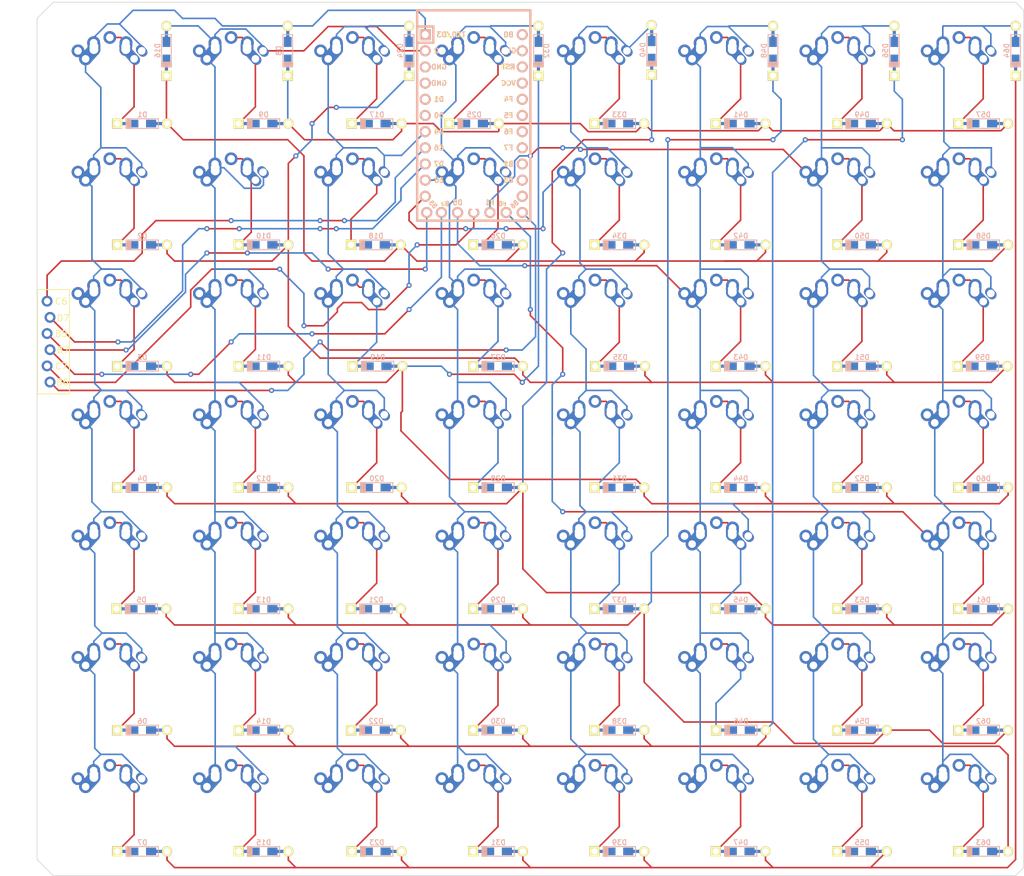
<source format=kicad_pcb>
(kicad_pcb (version 20211014) (generator pcbnew)
  (layers (0 "F.Cu" signal) (31 "B.Cu" signal) (34 "B.Paste" user) (35 "F.Paste" user) (36 "B.SilkS" user "B.Silkscreen") (37 "F.SilkS" user "F.Silkscreen") (38 "B.Mask" user) (39 "F.Mask" user) (44 "Edge.Cuts" user))
  (net 0 "")
  (net 1 "Net-(D1-Pad2)")
  (net 2 "Net-(D1-Pad1)")
  (net 3 "Net-(D10-Pad2)")
  (net 4 "Net-(D2-Pad1)")
  (net 5 "Net-(D11-Pad2)")
  (net 6 "Net-(D3-Pad1)")
  (net 7 "Net-(D12-Pad2)")
  (net 8 "Net-(D4-Pad1)")
  (net 9 "Net-(D13-Pad2)")
  (net 10 "Net-(D5-Pad1)")
  (net 11 "Net-(D14-Pad2)")
  (net 12 "Net-(D6-Pad1)")
  (net 13 "Net-(D15-Pad2)")
  (net 14 "Net-(D7-Pad1)")
  (net 15 "pin0")
  (net 16 "Net-(D17-Pad2)")
  (net 17 "Net-(D9-Pad1)")
  (net 18 "Net-(D10-Pad1)")
  (net 19 "Net-(D11-Pad1)")
  (net 20 "Net-(D12-Pad1)")
  (net 21 "Net-(D13-Pad1)")
  (net 22 "Net-(D14-Pad1)")
  (net 23 "Net-(D15-Pad1)")
  (net 24 "pin1")
  (net 25 "Net-(D17-Pad1)")
  (net 26 "Net-(D18-Pad1)")
  (net 27 "Net-(D19-Pad1)")
  (net 28 "Net-(D20-Pad1)")
  (net 29 "Net-(D21-Pad1)")
  (net 30 "Net-(D22-Pad1)")
  (net 31 "Net-(D23-Pad1)")
  (net 32 "pin2")
  (net 33 "Net-(D25-Pad1)")
  (net 34 "Net-(D26-Pad1)")
  (net 35 "Net-(D27-Pad1)")
  (net 36 "Net-(D28-Pad1)")
  (net 37 "Net-(D29-Pad1)")
  (net 38 "Net-(D30-Pad1)")
  (net 39 "Net-(D31-Pad1)")
  (net 40 "pin3")
  (net 41 "Net-(D33-Pad1)")
  (net 42 "Net-(D34-Pad1)")
  (net 43 "Net-(D35-Pad1)")
  (net 44 "Net-(D36-Pad1)")
  (net 45 "Net-(D37-Pad1)")
  (net 46 "Net-(D38-Pad1)")
  (net 47 "Net-(D39-Pad1)")
  (net 48 "pin4")
  (net 49 "Net-(D41-Pad1)")
  (net 50 "Net-(D42-Pad1)")
  (net 51 "Net-(D43-Pad1)")
  (net 52 "Net-(D44-Pad1)")
  (net 53 "Net-(D45-Pad1)")
  (net 54 "Net-(D46-Pad1)")
  (net 55 "Net-(D47-Pad1)")
  (net 56 "pin5")
  (net 57 "Net-(D49-Pad1)")
  (net 58 "Net-(D50-Pad1)")
  (net 59 "Net-(D51-Pad1)")
  (net 60 "Net-(D52-Pad1)")
  (net 61 "Net-(D53-Pad1)")
  (net 62 "Net-(D54-Pad1)")
  (net 63 "Net-(D55-Pad1)")
  (net 64 "pin6")
  (net 65 "Net-(D57-Pad1)")
  (net 66 "Net-(D58-Pad1)")
  (net 67 "Net-(D59-Pad1)")
  (net 68 "Net-(D60-Pad1)")
  (net 69 "Net-(D61-Pad1)")
  (net 70 "Net-(D62-Pad1)")
  (net 71 "Net-(D63-Pad1)")
  (net 72 "pin7")
  (net 77 "Analog0")
  (net 78 "Analog1")
  (net 79 "Analog5")
  (net 90 "Analog2")
  (net 92 "Analog4")
  (net 93 "Analog3")
  (footprint "Keebio-Parts:Diode-Hybrid-Back" (layer "F.Cu") (at 140.97 44.45 180)
    (fp_text reference "D33")
    (fp_text value "DIODE" hide)
  )
  (footprint "Keebio-Parts:Diode-Hybrid-Back" (layer "F.Cu") (at 102.87 158.75 180)
    (fp_text reference "D23")
    (fp_text value "DIODE" hide)
  )
  (footprint "Keebio-Parts:Triple-Dual-1u-NoLED" (layer "F.Cu") (at 60.96 132.08)
    (fp_text reference "MX6" hide)
    (fp_text value "MX-NoLED" hide)
  )
  (footprint "Keebio-Parts:Diode-Hybrid-Back" (layer "F.Cu") (at 198.12 44.45 180)
    (fp_text reference "D57")
    (fp_text value "DIODE" hide)
  )
  (footprint "Keebio-Parts:Triple-Dual-1u-NoLED" (layer "F.Cu") (at 175.26 55.88)
    (fp_text reference "MX44" hide)
    (fp_text value "MX-NoLED" hide)
  )
  (footprint "Keebio-Parts:Triple-Dual-1u-NoLED" (layer "F.Cu") (at 137.16 151.13)
    (fp_text reference "MX35" hide)
    (fp_text value "MX-NoLED" hide)
  )
  (footprint "Keebio-Parts:Triple-Dual-1u-NoLED" (layer "F.Cu") (at 80.01 55.88)
    (fp_text reference "MX9" hide)
    (fp_text value "MX-NoLED" hide)
  )
  (footprint "Keebio-Parts:Triple-Dual-1u-NoLED" (layer "F.Cu") (at 60.96 151.13)
    (fp_text reference "MX7" hide)
    (fp_text value "MX-NoLED" hide)
  )
  (footprint "Keebio-Parts:Diode-Hybrid-Back" (layer "F.Cu") (at 66.04 139.7 180)
    (fp_text reference "D6")
    (fp_text value "DIODE" hide)
  )
  (footprint "Keebio-Parts:Diode-Hybrid-Back" (layer "F.Cu") (at 179.07 101.6 180)
    (fp_text reference "D52")
    (fp_text value "DIODE" hide)
  )
  (footprint "Keebio-Parts:Triple-Dual-1u-NoLED" (layer "F.Cu") (at 156.21 36.83)
    (fp_text reference "MX36" hide)
    (fp_text value "MX-NoLED" hide)
  )
  (footprint "Keebio-Parts:Diode-Hybrid-Back" (layer "F.Cu") (at 102.74 120.65 180)
    (fp_text reference "D21")
    (fp_text value "DIODE" hide)
  )
  (footprint "Keebio-Parts:Triple-Dual-1u-NoLED" (layer "F.Cu") (at 194.31 113.03)
    (fp_text reference "MX54" hide)
    (fp_text value "MX-NoLED" hide)
  )
  (footprint "Keebio-Parts:Diode-Hybrid-Back" (layer "F.Cu") (at 179.07 120.65 180)
    (fp_text reference "D53")
    (fp_text value "DIODE" hide)
  )
  (footprint "Keebio-Parts:Diode-Hybrid-Back" (layer "F.Cu") (at 85.09 82.55 180)
    (fp_text reference "D11")
    (fp_text value "DIODE" hide)
  )
  (footprint "Keebio-Parts:Diode-Hybrid-Back" (layer "F.Cu") (at 66.04 82.55 180)
    (fp_text reference "D3")
    (fp_text value "DIODE" hide)
  )
  (footprint "Keebio-Parts:Triple-Dual-1u-NoLED" (layer "F.Cu") (at 175.26 113.03)
    (fp_text reference "MX47" hide)
    (fp_text value "MX-NoLED" hide)
  )
  (footprint "Keebio-Parts:Diode-Hybrid-Back" (layer "F.Cu") (at 198.12 63.5 180)
    (fp_text reference "D58")
    (fp_text value "DIODE" hide)
  )
  (footprint "Keebio-Parts:Diode-Hybrid-Back" (layer "F.Cu") (at 85.09 63.5 180)
    (fp_text reference "D10")
    (fp_text value "DIODE" hide)
  )
  (footprint "Keebio-Parts:Diode-Hybrid-Back" (layer "F.Cu") (at 121.92 120.65 180)
    (fp_text reference "D29")
    (fp_text value "DIODE" hide)
  )
  (footprint "Keebio-Parts:Triple-Dual-1u-NoLED" (layer "F.Cu") (at 118.11 74.93)
    (fp_text reference "MX24" hide)
    (fp_text value "MX-NoLED" hide)
  )
  (footprint "Keebio-Parts:Diode-Hybrid-Back" (layer "F.Cu") (at 179.07 82.55 180)
    (fp_text reference "D51")
    (fp_text value "DIODE" hide)
  )
  (footprint "Keebio-Parts:Diode-Hybrid-Back" (layer "F.Cu") (at 85.09 120.65 180)
    (fp_text reference "D13")
    (fp_text value "DIODE" hide)
  )
  (footprint "Keebio-Parts:Triple-Dual-1u-NoLED" (layer "F.Cu") (at 156.21 132.08)
    (fp_text reference "MX41" hide)
    (fp_text value "MX-NoLED" hide)
  )
  (footprint "Keebio-Parts:Diode-Hybrid-Back" (layer "F.Cu") (at 184.15 33.02 -90)
    (fp_text reference "D56")
    (fp_text value "DIODE" hide)
  )
  (footprint "Keebio-Parts:Elite-C" (layer "F.Cu") (at 118.11 44.45 -90)
    (fp_text reference "U1" hide)
    (fp_text value "Elite-C" hide)
  )
  (footprint "Keebio-Parts:Triple-Dual-1u-NoLED" (layer "F.Cu") (at 194.31 132.08)
    (fp_text reference "MX55" hide)
    (fp_text value "MX-NoLED" hide)
  )
  (footprint "Keebio-Parts:Triple-Dual-1u-NoLED" (layer "F.Cu") (at 175.26 132.08)
    (fp_text reference "MX48" hide)
    (fp_text value "MX-NoLED" hide)
  )
  (footprint "Keebio-Parts:Triple-Dual-1u-NoLED" (layer "F.Cu") (at 60.96 55.88)
    (fp_text reference "MX2" hide)
    (fp_text value "MX-NoLED" hide)
  )
  (footprint "Keebio-Parts:Triple-Dual-1u-NoLED" (layer "F.Cu") (at 99.06 113.03)
    (fp_text reference "MX19" hide)
    (fp_text value "MX-NoLED" hide)
  )
  (footprint "Keebio-Parts:Diode-Hybrid-Back" (layer "F.Cu") (at 121.92 63.5 180)
    (fp_text reference "D26")
    (fp_text value "DIODE" hide)
  )
  (footprint "Keebio-Parts:Triple-Dual-1u-NoLED" (layer "F.Cu") (at 99.06 151.13)
    (fp_text reference "MX21" hide)
    (fp_text value "MX-NoLED" hide)
  )
  (footprint "Keebio-Parts:Diode-Hybrid-Back" (layer "F.Cu") (at 121.92 139.7 180)
    (fp_text reference "D30")
    (fp_text value "DIODE" hide)
  )
  (footprint "Keebio-Parts:Triple-Dual-1u-NoLED" (layer "F.Cu") (at 137.16 74.93)
    (fp_text reference "MX31" hide)
    (fp_text value "MX-NoLED" hide)
  )
  (footprint "Keebio-Parts:Diode-Hybrid-Back" (layer "F.Cu") (at 128.27 33.02 -90)
    (fp_text reference "D32")
    (fp_text value "DIODE" hide)
  )
  (footprint "Keebio-Parts:Diode-Hybrid-Back" (layer "F.Cu") (at 85.09 158.75 180)
    (fp_text reference "D15")
    (fp_text value "DIODE" hide)
  )
  (footprint "Keebio-Parts:Triple-Dual-1u-NoLED" (layer "F.Cu") (at 194.31 74.93)
    (fp_text reference "MX52" hide)
    (fp_text value "MX-NoLED" hide)
  )
  (footprint "Keebio-Parts:Diode-Hybrid-Back" (layer "F.Cu") (at 103 82.55 180)
    (fp_text reference "D19")
    (fp_text value "DIODE" hide)
  )
  (footprint "Keebio-Parts:Triple-Dual-1u-NoLED" (layer "F.Cu") (at 156.21 55.88)
    (fp_text reference "MX37" hide)
    (fp_text value "MX-NoLED" hide)
  )
  (footprint "Keebio-Parts:Header-6-Pin-ZigZag-AnalogBreakout" (layer "F.Cu") (at 51.336371 72.344831)
    (fp_text reference "USB1" hide)
    (fp_text value "Molex-0548190589")
  )
  (footprint "Keebio-Parts:Diode-Hybrid-Back" (layer "F.Cu") (at 66.04 63.5 180)
    (fp_text reference "D2")
    (fp_text value "DIODE" hide)
  )
  (footprint "Keebio-Parts:Triple-Dual-1u-NoLED" (layer "F.Cu") (at 156.21 93.98)
    (fp_text reference "MX39" hide)
    (fp_text value "MX-NoLED" hide)
  )
  (footprint "Keebio-Parts:Diode-Hybrid-Back" (layer "F.Cu") (at 141.1 82.55 180)
    (fp_text reference "D35")
    (fp_text value "DIODE" hide)
  )
  (footprint "Keebio-Parts:Diode-Hybrid-Back" (layer "F.Cu") (at 160.02 101.6 180)
    (fp_text reference "D44")
    (fp_text value "DIODE" hide)
  )
  (footprint "Keebio-Parts:Triple-Dual-1u-NoLED" (layer "F.Cu") (at 118.11 151.13)
    (fp_text reference "MX28" hide)
    (fp_text value "MX-NoLED" hide)
  )
  (footprint "Keebio-Parts:Triple-Dual-1u-NoLED" (layer "F.Cu") (at 99.06 93.98)
    (fp_text reference "MX18" hide)
    (fp_text value "MX-NoLED" hide)
  )
  (footprint "Keebio-Parts:Triple-Dual-1u-NoLED" (layer "F.Cu") (at 137.16 113.03)
    (fp_text reference "MX33" hide)
    (fp_text value "MX-NoLED" hide)
  )
  (footprint "Keebio-Parts:Diode-Hybrid-Back" (layer "F.Cu") (at 102.74 63.5 180)
    (fp_text reference "D18")
    (fp_text value "DIODE" hide)
  )
  (footprint "Keebio-Parts:Triple-Dual-1u-NoLED" (layer "F.Cu") (at 156.21 151.13)
    (fp_text reference "MX42" hide)
    (fp_text value "MX-NoLED" hide)
  )
  (footprint "Keebio-Parts:Diode-Hybrid-Back" (layer "F.Cu") (at 102.87 101.6 180)
    (fp_text reference "D20")
    (fp_text value "DIODE" hide)
  )
  (footprint "Keebio-Parts:Triple-Dual-1u-NoLED" (layer "F.Cu") (at 194.31 93.98)
    (fp_text reference "MX53" hide)
    (fp_text value "MX-NoLED" hide)
  )
  (footprint "Keebio-Parts:Diode-Hybrid-Back" (layer "F.Cu") (at 146.05 32.89 -90)
    (fp_text reference "D40")
    (fp_text value "DIODE" hide)
  )
  (footprint "Keebio-Parts:Diode-Hybrid-Back" (layer "F.Cu") (at 179.07 63.5 180)
    (fp_text reference "D50")
    (fp_text value "DIODE" hide)
  )
  (footprint "Keebio-Parts:Diode-Hybrid-Back" (layer "F.Cu") (at 121.92 82.55 180)
    (fp_text reference "D27")
    (fp_text value "DIODE" hide)
  )
  (footprint "Keebio-Parts:Triple-Dual-1u-NoLED" (layer "F.Cu") (at 156.21 74.93)
    (fp_text reference "MX38" hide)
    (fp_text value "MX-NoLED" hide)
  )
  (footprint "Keebio-Parts:Diode-Hybrid-Back" (layer "F.Cu") (at 160.02 63.5 180)
    (fp_text reference "D42")
    (fp_text value "DIODE" hide)
  )
  (footprint "Keebio-Parts:Triple-Dual-1u-NoLED" (layer "F.Cu") (at 80.01 113.03)
    (fp_text reference "MX12" hide)
    (fp_text value "MX-NoLED" hide)
  )
  (footprint "Keebio-Parts:Triple-Dual-1u-NoLED" (layer "F.Cu") (at 99.06 74.93)
    (fp_text reference "MX17" hide)
    (fp_text value "MX-NoLED" hide)
  )
  (footprint "Keebio-Parts:Triple-Dual-1u-NoLED" (layer "F.Cu") (at 137.16 55.88)
    (fp_text reference "MX30" hide)
    (fp_text value "MX-NoLED" hide)
  )
  (footprint "Keebio-Parts:Diode-Hybrid-Back" (layer "F.Cu") (at 203.2 33.02 -90)
    (fp_text reference "D64")
    (fp_text value "DIODE" hide)
  )
  (footprint "Keebio-Parts:Triple-Dual-1u-NoLED" (layer "F.Cu") (at 156.21 113.03)
    (fp_text reference "MX40" hide)
    (fp_text value "MX-NoLED" hide)
  )
  (footprint "Keebio-Parts:Triple-Dual-1u-NoLED" (layer "F.Cu") (at 80.01 74.93)
    (fp_text reference "MX10" hide)
    (fp_text value "MX-NoLED" hide)
  )
  (footprint "Keebio-Parts:Diode-Hybrid-Back" (layer "F.Cu") (at 140.97 101.6 180)
    (fp_text reference "D36")
    (fp_text value "DIODE" hide)
  )
  (footprint "Keebio-Parts:Triple-Dual-1u-NoLED" (layer "F.Cu") (at 99.06 132.08)
    (fp_text reference "MX20" hide)
    (fp_text value "MX-NoLED" hide)
  )
  (footprint "Keebio-Parts:Diode-Hybrid-Back" (layer "F.Cu") (at 140.97 120.65 180)
    (fp_text reference "D37")
    (fp_text value "DIODE" hide)
  )
  (footprint "Keebio-Parts:Triple-Dual-1u-NoLED" (layer "F.Cu") (at 60.96 93.98)
    (fp_text reference "MX4" hide)
    (fp_text value "MX-NoLED" hide)
  )
  (footprint "Keebio-Parts:Triple-Dual-1u-NoLED" (layer "F.Cu") (at 194.31 151.13)
    (fp_text reference "MX56" hide)
    (fp_text value "MX-NoLED" hide)
  )
  (footprint "Keebio-Parts:Triple-Dual-1u-NoLED" (layer "F.Cu") (at 175.26 151.13)
    (fp_text reference "MX49" hide)
    (fp_text value "MX-NoLED" hide)
  )
  (footprint "Keebio-Parts:Diode-Hybrid-Back" (layer "F.Cu") (at 121.92 101.6 180)
    (fp_text reference "D28")
    (fp_text value "DIODE" hide)
  )
  (footprint "Keebio-Parts:Diode-Hybrid-Back" (layer "F.Cu") (at 140.97 158.75 180)
    (fp_text reference "D39")
    (fp_text value "DIODE" hide)
  )
  (footprint "Keebio-Parts:Diode-Hybrid-Back" (layer "F.Cu") (at 198.12 158.75 180)
    (fp_text reference "D63")
    (fp_text value "DIODE" hide)
  )
  (footprint "Keebio-Parts:Triple-Dual-1u-NoLED" (layer "F.Cu") (at 118.11 113.03)
    (fp_text reference "MX26" hide)
    (fp_text value "MX-NoLED" hide)
  )
  (footprint "Keebio-Parts:Diode-Hybrid-Back" (layer "F.Cu") (at 102.87 44.45 180)
    (fp_text reference "D17")
    (fp_text value "DIODE" hide)
  )
  (footprint "Keebio-Parts:Diode-Hybrid-Back" (layer "F.Cu") (at 165.1 33.02 -90)
    (fp_text reference "D48")
    (fp_text value "DIODE" hide)
  )
  (footprint "Keebio-Parts:Triple-Dual-1u-NoLED" (layer "F.Cu") (at 118.11 93.98)
    (fp_text reference "MX25" hide)
    (fp_text value "MX-NoLED" hide)
  )
  (footprint "Keebio-Parts:Triple-Dual-1u-NoLED" (layer "F.Cu") (at 80.01 93.98)
    (fp_text reference "MX11" hide)
    (fp_text value "MX-NoLED" hide)
  )
  (footprint "Keebio-Parts:Diode-Hybrid-Back" (layer "F.Cu") (at 88.9 33.02 -90)
    (fp_text reference "D8")
    (fp_text value "DIODE" hide)
  )
  (footprint "Keebio-Parts:Diode-Hybrid-Back" (layer "F.Cu") (at 85.09 44.45 180)
    (fp_text reference "D9")
    (fp_text value "DIODE" hide)
  )
  (footprint "Keebio-Parts:Diode-Hybrid-Back" (layer "F.Cu") (at 85.09 139.7 180)
    (fp_text reference "D14")
    (fp_text value "DIODE" hide)
  )
  (footprint "Keebio-Parts:Diode-Hybrid-Back" (layer "F.Cu") (at 66.04 158.75 180)
    (fp_text reference "D7")
    (fp_text value "DIODE" hide)
  )
  (footprint "Keebio-Parts:Triple-Dual-1u-NoLED" (layer "F.Cu") (at 80.01 36.83)
    (fp_text reference "MX8" hide)
    (fp_text value "MX-NoLED" hide)
  )
  (footprint "Keebio-Parts:Triple-Dual-1u-NoLED" (layer "F.Cu") (at 175.26 93.98)
    (fp_text reference "MX46" hide)
    (fp_text value "MX-NoLED" hide)
  )
  (footprint "Keebio-Parts:Diode-Hybrid-Back" (layer "F.Cu") (at 102.74 139.7 180)
    (fp_text reference "D22")
    (fp_text value "DIODE" hide)
  )
  (footprint "Keebio-Parts:Triple-Dual-1u-NoLED" (layer "F.Cu") (at 175.26 36.83)
    (fp_text reference "MX43" hide)
    (fp_text value "MX-NoLED" hide)
  )
  (footprint "Keebio-Parts:Triple-Dual-1u-NoLED" (layer "F.Cu") (at 60.96 113.03)
    (fp_text reference "MX5" hide)
    (fp_text value "MX-NoLED" hide)
  )
  (footprint "Keebio-Parts:Triple-Dual-1u-NoLED" (layer "F.Cu") (at 137.16 132.08)
    (fp_text reference "MX34" hide)
    (fp_text value "MX-NoLED" hide)
  )
  (footprint "Keebio-Parts:Diode-Hybrid-Back" (layer "F.Cu") (at 69.85 33.02 -90)
    (fp_text reference "D16")
    (fp_text value "DIODE" hide)
  )
  (footprint "Keebio-Parts:Triple-Dual-1u-NoLED" (layer "F.Cu") (at 137.16 36.83)
    (fp_text reference "MX29" hide)
    (fp_text value "MX-NoLED" hide)
  )
  (footprint "Keebio-Parts:Triple-Dual-1u-NoLED" (layer "F.Cu") (at 99.06 36.83)
    (fp_text reference "MX15" hide)
    (fp_text value "MX-NoLED" hide)
  )
  (footprint "Keebio-Parts:Diode-Hybrid-Back" (layer "F.Cu") (at 85.09 101.6 180)
    (fp_text reference "D12")
    (fp_text value "DIODE" hide)
  )
  (footprint "Keebio-Parts:Triple-Dual-1u-NoLED" (layer "F.Cu") (at 80.01 151.13)
    (fp_text reference "MX14" hide)
    (fp_text value "MX-NoLED" hide)
  )
  (footprint "Keebio-Parts:Triple-Dual-1u-NoLED" (layer "F.Cu") (at 99.06 55.88)
    (fp_text reference "MX16" hide)
    (fp_text value "MX-NoLED" hide)
  )
  (footprint "Keebio-Parts:Triple-Dual-1u-NoLED" (layer "F.Cu") (at 194.31 36.83)
    (fp_text reference "MX50" hide)
    (fp_text value "MX-NoLED" hide)
  )
  (footprint "Keebio-Parts:Diode-Hybrid-Back" (layer "F.Cu") (at 140.97 139.7 180)
    (fp_text reference "D38")
    (fp_text value "DIODE" hide)
  )
  (footprint "Keebio-Parts:Diode-Hybrid-Back" (layer "F.Cu") (at 179.07 139.7 180)
    (fp_text reference "D54")
    (fp_text value "DIODE" hide)
  )
  (footprint "Keebio-Parts:Triple-Dual-1u-NoLED" (layer "F.Cu") (at 175.26 74.93)
    (fp_text reference "MX45" hide)
    (fp_text value "MX-NoLED" hide)
  )
  (footprint "Keebio-Parts:Diode-Hybrid-Back" (layer "F.Cu") (at 179.07 158.75 180)
    (fp_text reference "D55")
    (fp_text value "DIODE" hide)
  )
  (footprint "Keebio-Parts:Diode-Hybrid-Back" (layer "F.Cu") (at 160.06 139.7 180)
    (fp_text reference "D46")
    (fp_text value "DIODE" hide)
  )
  (footprint "Keebio-Parts:Diode-Hybrid-Back" (layer "F.Cu") (at 160.02 82.55 180)
    (fp_text reference "D43")
    (fp_text value "DIODE" hide)
  )
  (footprint "Keebio-Parts:Triple-Dual-1u-NoLED" (layer "F.Cu") (at 118.11 36.83)
    (fp_text reference "MX22" hide)
    (fp_text value "MX-NoLED" hide)
  )
  (footprint "Keebio-Parts:Diode-Hybrid-Back" (layer "F.Cu") (at 121.92 158.75 180)
    (fp_text reference "D31")
    (fp_text value "DIODE" hide)
  )
  (footprint "Keebio-Parts:Diode-Hybrid-Back" (layer "F.Cu") (at 66.04 44.45 180)
    (fp_text reference "D1")
    (fp_text value "DIODE" hide)
  )
  (footprint "Keebio-Parts:Diode-Hybrid-Back" (layer "F.Cu") (at 66.04 101.6 180)
    (fp_text reference "D4")
    (fp_text value "DIODE" hide)
  )
  (footprint "Keebio-Parts:Triple-Dual-1u-NoLED" (layer "F.Cu") (at 137.16 93.98)
    (fp_text reference "MX32" hide)
    (fp_text value "MX-NoLED" hide)
  )
  (footprint "Keebio-Parts:Diode-Hybrid-Back" (layer "F.Cu") (at 160.02 44.45 180)
    (fp_text reference "D41")
    (fp_text value "DIODE" hide)
  )
  (footprint "Keebio-Parts:Diode-Hybrid-Back" (layer "F.Cu") (at 160.02 158.75 180)
    (fp_text reference "D47")
    (fp_text value "DIODE" hide)
  )
  (footprint "Keebio-Parts:Triple-Dual-1u-NoLED" (layer "F.Cu") (at 60.96 36.83)
    (fp_text reference "MX1" hide)
    (fp_text value "MX-NoLED" hide)
  )
  (footprint "Keebio-Parts:Diode-Hybrid-Back" (layer "F.Cu") (at 198.12 139.7 180)
    (fp_text reference "D62")
    (fp_text value "DIODE" hide)
  )
  (footprint "Keebio-Parts:Triple-Dual-1u-NoLED" (layer "F.Cu") (at 60.96 74.93)
    (fp_text reference "MX3" hide)
    (fp_text value "MX-NoLED" hide)
  )
  (footprint "Keebio-Parts:Triple-Dual-1u-NoLED" (layer "F.Cu") (at 118.11 132.08)
    (fp_text reference "MX27" hide)
    (fp_text value "MX-NoLED" hide)
  )
  (footprint "Keebio-Parts:Triple-Dual-1u-NoLED" (layer "F.Cu") (at 194.31 55.88)
    (fp_text reference "MX51" hide)
    (fp_text value "MX-NoLED" hide)
  )
  (footprint "Keebio-Parts:Diode-Hybrid-Back" (layer "F.Cu") (at 118.15 44.45 180)
    (fp_text reference "D25")
    (fp_text value "DIODE" hide)
  )
  (footprint "Keebio-Parts:Diode-Hybrid-Back" (layer "F.Cu") (at 197.99 82.55 180)
    (fp_text reference "D59")
    (fp_text value "DIODE" hide)
  )
  (footprint "Keebio-Parts:Diode-Hybrid-Back" (layer "F.Cu") (at 65.91 120.65 180)
    (fp_text reference "D5")
    (fp_text value "DIODE" hide)
  )
  (footprint "Keebio-Parts:Triple-Dual-1u-NoLED" (layer "F.Cu") (at 80.01 132.08)
    (fp_text reference "MX13" hide)
    (fp_text value "MX-NoLED" hide)
  )
  (footprint "Keebio-Parts:Diode-Hybrid-Back" (layer "F.Cu") (at 198.12 120.65 180)
    (fp_text reference "D61")
    (fp_text value "DIODE" hide)
  )
  (footprint "Keebio-Parts:Triple-Dual-1u-NoLED" (layer "F.Cu") (at 118.11 55.88)
    (fp_text reference "MX23" hide)
    (fp_text value "MX-NoLED" hide)
  )
  (footprint "Keebio-Parts:Diode-Hybrid-Back" (layer "F.Cu") (at 140.97 63.5 180)
    (fp_text reference "D34")
    (fp_text value "DIODE" hide)
  )
  (footprint "Keebio-Parts:Diode-Hybrid-Back" (layer "F.Cu") (at 107.95 33.02 -90)
    (fp_text reference "D24")
    (fp_text value "DIODE" hide)
  )
  (footprint "Keebio-Parts:Diode-Hybrid-Back" (layer "F.Cu") (at 179.07 44.45 180)
    (fp_text reference "D49")
    (fp_text value "DIODE" hide)
  )
  (footprint "Keebio-Parts:Diode-Hybrid-Back" (layer "F.Cu") (at 198.12 101.6 180)
    (fp_text reference "D60")
    (fp_text value "DIODE" hide)
  )
  (footprint "Keebio-Parts:Diode-Hybrid-Back" (layer "F.Cu") (at 160.02 120.65 180)
    (fp_text reference "D45")
    (fp_text value "DIODE" hide)
  )
  (gr_rect (start 49.592306 70.511348) (end 54.61 86.904112) (layer "F.SilkS") (width 0.15) (fill none))
  (gr_line (start 52.07 25.4) (end 203.2 25.4) (layer "Edge.Cuts") (width 0.1))
  (gr_line (start 53.34 162.56) (end 52.07 162.56) (layer "Edge.Cuts") (width 0.1))
  (gr_line (start 203.2 162.56) (end 53.34 162.56) (layer "Edge.Cuts") (width 0.1))
  (gr_line (start 204.47 161.29) (end 203.2 162.56) (layer "Edge.Cuts") (width 0.1))
  (gr_line (start 203.2 25.4) (end 204.47 26.67) (layer "Edge.Cuts") (width 0.1))
  (gr_line (start 52.07 162.56) (end 49.53 160.02) (layer "Edge.Cuts") (width 0.1))
  (gr_line (start 204.47 26.67) (end 204.47 161.29) (layer "Edge.Cuts") (width 0.1))
  (gr_line (start 49.53 27.94) (end 52.07 25.4) (layer "Edge.Cuts") (width 0.1))
  (gr_line (start 49.53 160.02) (end 49.53 27.94) (layer "Edge.Cuts") (width 0.1))
  (segment (start 123.19 66.04) (end 143.51 66.04) (width 0.25) (layer "F.Cu") (net 1))
  (segment (start 92.71 66.04) (end 104.14 66.04) (width 0.25) (layer "F.Cu") (net 1))
  (segment (start 144.87 63.5) (end 144.87 64.68) (width 0.25) (layer "F.Cu") (net 1))
  (segment (start 181.61 66.04) (end 199.48 66.04) (width 0.25) (layer "F.Cu") (net 1))
  (segment (start 106.64 63.5) (end 109.18 66.04) (width 0.25) (layer "F.Cu") (net 1))
  (segment (start 123.28 66.04) (end 123.19 66.04) (width 0.25) (layer "F.Cu") (net 1))
  (segment (start 69.94 44.45) (end 72.48 46.99) (width 0.25) (layer "F.Cu") (net 1))
  (segment (start 104.14 66.04) (end 104.14 66) (width 0.25) (layer "F.Cu") (net 1))
  (segment (start 157.48 66.04) (end 181.61 66.04) (width 0.25) (layer "F.Cu") (net 1))
  (segment (start 109.18 66.04) (end 123.19 66.04) (width 0.25) (layer "F.Cu") (net 1))
  (segment (start 88.9 46.99) (end 91.44 49.53) (width 0.25) (layer "F.Cu") (net 1))
  (segment (start 72.48 46.99) (end 88.9 46.99) (width 0.25) (layer "F.Cu") (net 1))
  (segment (start 163.92 64.68) (end 162.56 66.04) (width 0.25) (layer "F.Cu") (net 1))
  (segment (start 91.44 64.77) (end 92.71 66.04) (width 0.25) (layer "F.Cu") (net 1))
  (segment (start 144.87 64.68) (end 143.51 66.04) (width 0.25) (layer "F.Cu") (net 1))
  (segment (start 162.56 66.04) (end 157.48 66.04) (width 0.25) (layer "F.Cu") (net 1))
  (segment (start 69.85 44.36) (end 69.94 44.45) (width 0.25) (layer "F.Cu") (net 1))
  (segment (start 182.97 64.68) (end 181.61 66.04) (width 0.25) (layer "F.Cu") (net 1))
  (segment (start 143.51 66.04) (end 157.48 66.04) (width 0.25) (layer "F.Cu") (net 1))
  (segment (start 104.14 66) (end 106.64 63.5) (width 0.25) (layer "F.Cu") (net 1))
  (segment (start 69.85 36.92) (end 69.85 44.36) (width 0.25) (layer "F.Cu") (net 1))
  (segment (start 125.82 63.5) (end 123.28 66.04) (width 0.25) (layer "F.Cu") (net 1))
  (segment (start 163.92 63.5) (end 163.92 64.68) (width 0.25) (layer "F.Cu") (net 1))
  (segment (start 91.44 49.53) (end 91.44 64.77) (width 0.25) (layer "F.Cu") (net 1))
  (segment (start 182.97 63.5) (end 182.97 64.68) (width 0.25) (layer "F.Cu") (net 1))
  (segment (start 199.48 66.04) (end 202.02 63.5) (width 0.25) (layer "F.Cu") (net 1))
  (segment (start 60.96 30.93) (end 62.68 30.93) (width 0.25) (layer "F.Cu") (net 2))
  (segment (start 64.765479 41.824521) (end 62.14 44.45) (width 0.25) (layer "F.Cu") (net 2))
  (segment (start 64.765479 34.294521) (end 64.765479 41.824521) (width 0.25) (layer "F.Cu") (net 2))
  (segment (start 62.68 30.93) (end 63.5 31.75) (width 0.25) (layer "F.Cu") (net 2))
  (segment (start 64.77 34.29) (end 64.765479 34.294521) (width 0.25) (layer "F.Cu") (net 2))
  (segment (start 125.82 82.55) (end 125.82 83.91) (width 0.25) (layer "F.Cu") (net 3))
  (segment (start 124.55 81.28) (end 125.82 82.55) (width 0.25) (layer "F.Cu") (net 3))
  (segment (start 95.25 41.91) (end 96.52 41.91) (width 0.25) (layer "F.Cu") (net 3))
  (segment (start 165.1 85.09) (end 184.15 85.09) (width 0.25) (layer "F.Cu") (net 3))
  (segment (start 146.05 85.09) (end 165.1 85.09) (width 0.25) (layer "F.Cu") (net 3))
  (segment (start 127 85.09) (end 146.05 85.09) (width 0.25) (layer "F.Cu") (net 3))
  (segment (start 88.99 63.5) (end 88.99 50.71) (width 0.25) (layer "F.Cu") (net 3))
  (segment (start 69.94 63.5) (end 69.94 64.86) (width 0.25) (layer "F.Cu") (net 3))
  (segment (start 88.99 76.29) (end 93.98 81.28) (width 0.25) (layer "F.Cu") (net 3))
  (segment (start 71.12 66.04) (end 86.45 66.04) (width 0.25) (layer "F.Cu") (net 3))
  (segment (start 182.97 83.91) (end 184.15 85.09) (width 0.25) (layer "F.Cu") (net 3))
  (segment (start 163.92 82.55) (end 163.92 83.91) (width 0.25) (layer "F.Cu") (net 3))
  (segment (start 125.82 83.91) (end 127 85.09) (width 0.25) (layer "F.Cu") (net 3))
  (segment (start 145 84.04) (end 146.05 85.09) (width 0.25) (layer "F.Cu") (net 3))
  (segment (start 92.71 44.45) (end 95.25 41.91) (width 0.25) (layer "F.Cu") (net 3))
  (segment (start 86.45 66.04) (end 88.99 63.5) (width 0.25) (layer "F.Cu") (net 3))
  (segment (start 88.99 50.71) (end 90.17 49.53) (width 0.25) (layer "F.Cu") (net 3))
  (segment (start 184.15 85.09) (end 199.35 85.09) (width 0.25) (layer "F.Cu") (net 3))
  (segment (start 88.99 63.5) (end 88.99 76.29) (width 0.25) (layer "F.Cu") (net 3))
  (segment (start 182.97 82.55) (end 182.97 83.91) (width 0.25) (layer "F.Cu") (net 3))
  (segment (start 163.92 83.91) (end 165.1 85.09) (width 0.25) (layer "F.Cu") (net 3))
  (segment (start 199.35 85.09) (end 201.89 82.55) (width 0.25) (layer "F.Cu") (net 3))
  (segment (start 145 82.55) (end 145 84.04) (width 0.25) (layer "F.Cu") (net 3))
  (segment (start 93.98 81.28) (end 124.55 81.28) (width 0.25) (layer "F.Cu") (net 3))
  (segment (start 69.94 64.86) (end 71.12 66.04) (width 0.25) (layer "F.Cu") (net 3))
  (via (at 96.52 41.91) (size 0.8) (drill 0.4) (layers "F.Cu" "B.Cu") (net 3))
  (via (at 92.71 44.45) (size 0.8) (drill 0.4) (layers "F.Cu" "B.Cu") (net 3))
  (via (at 90.17 49.53) (size 0.8) (drill 0.4) (layers "F.Cu" "B.Cu") (net 3))
  (segment (start 102.96 41.91) (end 107.95 36.92) (width 0.25) (layer "B.Cu") (net 3))
  (segment (start 96.52 41.91) (end 102.96 41.91) (width 0.25) (layer "B.Cu") (net 3))
  (segment (start 90.17 49.53) (end 92.71 46.99) (width 0.25) (layer "B.Cu") (net 3))
  (segment (start 92.71 46.99) (end 92.71 44.45) (width 0.25) (layer "B.Cu") (net 3))
  (segment (start 60.96 49.98) (end 62.68 49.98) (width 0.25) (layer "F.Cu") (net 4))
  (segment (start 64.765479 53.344521) (end 64.765479 60.874521) (width 0.25) (layer "F.Cu") (net 4))
  (segment (start 64.765479 60.874521) (end 62.14 63.5) (width 0.25) (layer "F.Cu") (net 4))
  (segment (start 64.77 53.34) (end 64.765479 53.344521) (width 0.25) (layer "F.Cu") (net 4))
  (segment (start 62.68 49.98) (end 63.5 50.8) (width 0.25) (layer "F.Cu") (net 4))
  (segment (start 114.3 83.82) (end 124.46 83.82) (width 0.25) (layer "F.Cu") (net 5))
  (segment (start 106.68 92.71) (end 106.68 89.837091) (width 0.25) (layer "F.Cu") (net 5))
  (segment (start 200.66 104.14) (end 202.02 102.78) (width 0.25) (layer "F.Cu") (net 5))
  (segment (start 114.3 100.33) (end 106.68 92.71) (width 0.25) (layer "F.Cu") (net 5))
  (segment (start 182.97 101.6) (end 182.97 102.96) (width 0.25) (layer "F.Cu") (net 5))
  (segment (start 144.87 101.6) (end 143.6 100.33) (width 0.25) (layer "F.Cu") (net 5))
  (segment (start 69.94 83.91) (end 71.12 85.09) (width 0.25) (layer "F.Cu") (net 5))
  (segment (start 124.46 83.82) (end 125.73 85.09) (width 0.25) (layer "F.Cu") (net 5))
  (segment (start 71.12 85.09) (end 90.17 85.09) (width 0.25) (layer "F.Cu") (net 5))
  (segment (start 184.15 104.14) (end 200.66 104.14) (width 0.25) (layer "F.Cu") (net 5))
  (segment (start 202.02 102.78) (end 202.02 101.6) (width 0.25) (layer "F.Cu") (net 5))
  (segment (start 163.92 101.6) (end 163.92 102.96) (width 0.25) (layer "F.Cu") (net 5))
  (segment (start 106.68 89.837091) (end 106.9 89.617091) (width 0.25) (layer "F.Cu") (net 5))
  (segment (start 88.99 83.91) (end 90.17 85.09) (width 0.25) (layer "F.Cu") (net 5))
  (segment (start 88.99 82.55) (end 88.99 83.91) (width 0.25) (layer "F.Cu") (net 5))
  (segment (start 163.92 102.96) (end 165.1 104.14) (width 0.25) (layer "F.Cu") (net 5))
  (segment (start 143.6 100.33) (end 114.3 100.33) (width 0.25) (layer "F.Cu") (net 5))
  (segment (start 146.05 104.14) (end 165.1 104.14) (width 0.25) (layer "F.Cu") (net 5))
  (segment (start 144.87 101.6) (end 144.87 102.96) (width 0.25) (layer "F.Cu") (net 5))
  (segment (start 165.1 104.14) (end 184.15 104.14) (width 0.25) (layer "F.Cu") (net 5))
  (segment (start 90.17 85.09) (end 104.36 85.09) (width 0.25) (layer "F.Cu") (net 5))
  (segment (start 144.87 102.96) (end 146.05 104.14) (width 0.25) (layer "F.Cu") (net 5))
  (segment (start 182.97 102.96) (end 184.15 104.14) (width 0.25) (layer "F.Cu") (net 5))
  (segment (start 106.9 89.617091) (end 106.9 82.55) (width 0.25) (layer "F.Cu") (net 5))
  (segment (start 104.36 85.09) (end 106.9 82.55) (width 0.25) (layer "F.Cu") (net 5))
  (segment (start 69.94 82.55) (end 69.94 83.91) (width 0.25) (layer "F.Cu") (net 5))
  (via (at 125.73 85.09) (size 0.8) (drill 0.4) (layers "F.Cu" "B.Cu") (net 5))
  (via (at 114.3 83.82) (size 0.8) (drill 0.4) (layers "F.Cu" "B.Cu") (net 5))
  (segment (start 113.03 82.55) (end 114.3 83.82) (width 0.25) (layer "B.Cu") (net 5))
  (segment (start 106.9 82.55) (end 113.03 82.55) (width 0.25) (layer "B.Cu") (net 5))
  (segment (start 128.27 82.55) (end 128.27 36.92) (width 0.25) (layer "B.Cu") (net 5))
  (segment (start 125.73 85.09) (end 128.27 82.55) (width 0.25) (layer "B.Cu") (net 5))
  (segment (start 62.68 69.03) (end 63.5 69.85) (width 0.25) (layer "F.Cu") (net 6))
  (segment (start 64.765479 79.924521) (end 62.14 82.55) (width 0.25) (layer "F.Cu") (net 6))
  (segment (start 64.765479 72.394521) (end 64.765479 79.924521) (width 0.25) (layer "F.Cu") (net 6))
  (segment (start 60.96 69.03) (end 62.68 69.03) (width 0.25) (layer "F.Cu") (net 6))
  (segment (start 64.77 72.39) (end 64.765479 72.394521) (width 0.25) (layer "F.Cu") (net 6))
  (segment (start 130.435479 63.125479) (end 132.08 64.77) (width 0.25) (layer "F.Cu") (net 7))
  (segment (start 199.48 123.19) (end 202.02 120.65) (width 0.25) (layer "F.Cu") (net 7))
  (segment (start 107.95 104.14) (end 123.28 104.14) (width 0.25) (layer "F.Cu") (net 7))
  (segment (start 88.99 101.6) (end 88.99 102.96) (width 0.25) (layer "F.Cu") (net 7))
  (segment (start 90.17 104.14) (end 107.95 104.14) (width 0.25) (layer "F.Cu") (net 7))
  (segment (start 146.05 46.99) (end 135.376857 46.99) (width 0.25) (layer "F.Cu") (net 7))
  (segment (start 182.97 120.65) (end 182.97 122.01) (width 0.25) (layer "F.Cu") (net 7))
  (segment (start 165.1 123.19) (end 199.48 123.19) (width 0.25) (layer "F.Cu") (net 7))
  (segment (start 125.82 114.39) (end 129.54 118.11) (width 0.25) (layer "F.Cu") (net 7))
  (segment (start 88.99 102.96) (end 90.17 104.14) (width 0.25) (layer "F.Cu") (net 7))
  (segment (start 71.12 104.14) (end 90.17 104.14) (width 0.25) (layer "F.Cu") (net 7))
  (segment (start 163.92 120.65) (end 163.92 122.01) (width 0.25) (layer "F.Cu") (net 7))
  (segment (start 123.28 104.14) (end 125.82 101.6) (width 0.25) (layer "F.Cu") (net 7))
  (segment (start 106.77 102.96) (end 107.95 104.14) (width 0.25) (layer "F.Cu") (net 7))
  (segment (start 69.94 101.6) (end 69.94 102.96) (width 0.25) (layer "F.Cu") (net 7))
  (segment (start 130.435479 51.931378) (end 130.435479 63.125479) (width 0.25) (layer "F.Cu") (net 7))
  (segment (start 163.92 122.01) (end 165.1 123.19) (width 0.25) (layer "F.Cu") (net 7))
  (segment (start 125.82 101.6) (end 125.82 114.39) (width 0.25) (layer "F.Cu") (net 7))
  (segment (start 161.38 118.11) (end 163.92 120.65) (width 0.25) (layer "F.Cu") (net 7))
  (segment (start 182.97 122.01) (end 184.15 123.19) (width 0.25) (layer "F.Cu") (net 7))
  (segment (start 106.77 101.6) (end 106.77 102.96) (width 0.25) (layer "F.Cu") (net 7))
  (segment (start 129.54 118.11) (end 161.38 118.11) (width 0.25) (layer "F.Cu") (net 7))
  (segment (start 69.94 102.96) (end 71.12 104.14) (width 0.25) (layer "F.Cu") (net 7))
  (segment (start 135.376857 46.99) (end 130.435479 51.931378) (width 0.25) (layer "F.Cu") (net 7))
  (via (at 132.08 64.77) (size 0.8) (drill 0.4) (layers "F.Cu" "B.Cu") (net 7))
  (via (at 146.05 46.99) (size 0.8) (drill 0.4) (layers "F.Cu" "B.Cu") (net 7))
  (segment (start 146.05 46.99) (end 146.05 36.79) (width 0.25) (layer "B.Cu") (net 7))
  (segment (start 125.82 88.81) (end 129.54 85.09) (width 0.25) (layer "B.Cu") (net 7))
  (segment (start 125.82 101.6) (end 125.82 88.81) (width 0.25) (layer "B.Cu") (net 7))
  (segment (start 129.54 67.31) (end 132.08 64.77) (width 0.25) (layer "B.Cu") (net 7))
  (segment (start 129.54 85.09) (end 129.54 67.31) (width 0.25) (layer "B.Cu") (net 7))
  (segment (start 62.68 88.08) (end 63.5 88.9) (width 0.25) (layer "F.Cu") (net 8))
  (segment (start 60.96 88.08) (end 62.68 88.08) (width 0.25) (layer "F.Cu") (net 8))
  (segment (start 64.765479 98.974521) (end 62.14 101.6) (width 0.25) (layer "F.Cu") (net 8))
  (segment (start 64.77 91.44) (end 64.765479 91.444521) (width 0.25) (layer "F.Cu") (net 8))
  (segment (start 64.765479 91.444521) (end 64.765479 98.974521) (width 0.25) (layer "F.Cu") (net 8))
  (segment (start 144.87 120.65) (end 144.87 132.17) (width 0.25) (layer "F.Cu") (net 9))
  (segment (start 189.67952 139.7) (end 191.77 141.79048) (width 0.25) (layer "F.Cu") (net 9))
  (segment (start 106.64 121.88) (end 107.95 123.19) (width 0.25) (layer "F.Cu") (net 9))
  (segment (start 90.17 123.19) (end 107.95 123.19) (width 0.25) (layer "F.Cu") (net 9))
  (segment (start 71.12 123.19) (end 90.17 123.19) (width 0.25) (layer "F.Cu") (net 9))
  (segment (start 69.81 120.65) (end 69.81 121.88) (width 0.25) (layer "F.Cu") (net 9))
  (segment (start 165.1 138.43) (end 167.64 140.97) (width 0.25) (layer "F.Cu") (net 9))
  (segment (start 88.99 122.01) (end 90.17 123.19) (width 0.25) (layer "F.Cu") (net 9))
  (segment (start 199.92952 141.79048) (end 202.02 139.7) (width 0.25) (layer "F.Cu") (net 9))
  (segment (start 125.82 120.65) (end 125.82 122.01) (width 0.25) (layer "F.Cu") (net 9))
  (segment (start 151.13 138.43) (end 165.1 138.43) (width 0.25) (layer "F.Cu") (net 9))
  (segment (start 88.99 120.65) (end 88.99 122.01) (width 0.25) (layer "F.Cu") (net 9))
  (segment (start 182.97 139.7) (end 189.67952 139.7) (width 0.25) (layer "F.Cu") (net 9))
  (segment (start 191.77 141.79048) (end 199.92952 141.79048) (width 0.25) (layer "F.Cu") (net 9))
  (segment (start 69.81 121.88) (end 71.12 123.19) (width 0.25) (layer "F.Cu") (net 9))
  (segment (start 142.33 123.19) (end 144.87 120.65) (width 0.25) (layer "F.Cu") (net 9))
  (segment (start 180.87952 141.79048) (end 182.97 139.7) (width 0.25) (layer "F.Cu") (net 9))
  (segment (start 106.64 120.65) (end 106.64 121.88) (width 0.25) (layer "F.Cu") (net 9))
  (segment (start 168.46048 141.79048) (end 180.78952 141.79048) (width 0.25) (layer "F.Cu") (net 9))
  (segment (start 180.78952 141.79048) (end 180.87952 141.79048) (width 0.25) (layer "F.Cu") (net 9))
  (segment (start 167.64 140.97) (end 168.46048 141.79048) (width 0.25) (layer "F.Cu") (net 9))
  (segment (start 148.59 46.99) (end 165.1 46.99) (width 0.25) (layer "F.Cu") (net 9))
  (segment (start 107.95 123.19) (end 142.33 123.19) (width 0.25) (layer "F.Cu") (net 9))
  (segment (start 125.82 122.01) (end 127 123.19) (width 0.25) (layer "F.Cu") (net 9))
  (segment (start 144.87 132.17) (end 151.13 138.43) (width 0.25) (layer "F.Cu") (net 9))
  (via (at 148.59 46.99) (size 0.8) (drill 0.4) (layers "F.Cu" "B.Cu") (net 9))
  (via (at 165.1 46.99) (size 0.8) (drill 0.4) (layers "F.Cu" "B.Cu") (net 9))
  (segment (start 145.994511 111.815489) (end 147.32 110.49) (width 0.25) (layer "B.Cu") (net 9))
  (segment (start 148.59 109.22) (end 148.59 46.99) (width 0.25) (layer "B.Cu") (net 9))
  (segment (start 166.37 40.64) (end 165.1 39.37) (width 0.25) (layer "B.Cu") (net 9))
  (segment (start 166.37 45.72) (end 166.37 40.64) (width 0.25) (layer "B.Cu") (net 9))
  (segment (start 147.32 110.49) (end 148.59 109.22) (width 0.25) (layer "B.Cu") (net 9))
  (segment (start 165.1 39.37) (end 165.1 36.92) (width 0.25) (layer "B.Cu") (net 9))
  (segment (start 144.87 120.65) (end 145.994511 119.525489) (width 0.25) (layer "B.Cu") (net 9))
  (segment (start 165.1 46.99) (end 166.37 45.72) (width 0.25) (layer "B.Cu") (net 9))
  (segment (start 145.994511 119.525489) (end 145.994511 111.815489) (width 0.25) (layer "B.Cu") (net 9))
  (segment (start 62.68 107.13) (end 63.5 107.95) (width 0.25) (layer "F.Cu") (net 10))
  (segment (start 64.77 110.49) (end 64.765479 110.494521) (width 0.25) (layer "F.Cu") (net 10))
  (segment (start 64.765479 117.894521) (end 62.01 120.65) (width 0.25) (layer "F.Cu") (net 10))
  (segment (start 60.96 107.13) (end 62.68 107.13) (width 0.25) (layer "F.Cu") (net 10))
  (segment (start 64.765479 110.494521) (end 64.765479 117.894521) (width 0.25) (layer "F.Cu") (net 10))
  (segment (start 88.99 139.7) (end 88.99 141.06) (width 0.25) (layer "F.Cu") (net 11))
  (segment (start 125.82 141.06) (end 127 142.24) (width 0.25) (layer "F.Cu") (net 11))
  (segment (start 125.82 139.7) (end 125.82 141.06) (width 0.25) (layer "F.Cu") (net 11))
  (segment (start 170.18 46.99) (end 185.42 46.99) (width 0.25) (layer "F.Cu") (net 11))
  (segment (start 106.64 140.93) (end 107.95 142.24) (width 0.25) (layer "F.Cu") (net 11))
  (segment (start 200.66 142.24) (end 202.02 143.6) (width 0.25) (layer "F.Cu") (net 11))
  (segment (start 163.96 140.84) (end 163.96 139.7) (width 0.25) (layer "F.Cu") (net 11))
  (segment (start 69.94 141.06) (end 71.12 142.24) (width 0.25) (layer "F.Cu") (net 11))
  (segment (start 162.56 142.24) (end 200.66 142.24) (width 0.25) (layer "F.Cu") (net 11))
  (segment (start 147.32 142.24) (end 162.56 142.24) (width 0.25) (layer "F.Cu") (net 11))
  (segment (start 144.87 139.7) (end 144.87 141.06) (width 0.25) (layer "F.Cu") (net 11))
  (segment (start 88.99 141.06) (end 90.17 142.24) (width 0.25) (layer "F.Cu") (net 11))
  (segment (start 69.94 139.7) (end 69.94 141.06) (width 0.25) (layer "F.Cu") (net 11))
  (segment (start 71.12 142.24) (end 90.17 142.24) (width 0.25) (layer "F.Cu") (net 11))
  (segment (start 106.64 139.7) (end 106.64 140.93) (width 0.25) (layer "F.Cu") (net 11))
  (segment (start 144.87 141.06) (end 146.05 142.24) (width 0.25) (layer "F.Cu") (net 11))
  (segment (start 202.02 143.6) (end 202.02 158.75) (width 0.25) (layer "F.Cu") (net 11))
  (segment (start 162.56 142.24) (end 163.96 140.84) (width 0.25) (layer "F.Cu") (net 11))
  (segment (start 90.17 142.24) (end 147.32 142.24) (width 0.25) (layer "F.Cu") (net 11))
  (via (at 185.42 46.99) (size 0.8) (drill 0.4) (layers "F.Cu" "B.Cu") (net 11))
  (via (at 170.18 46.99) (size 0.8) (drill 0.4) (layers "F.Cu" "B.Cu") (net 11))
  (segment (start 165.044511 52.125489) (end 170.18 46.99) (width 0.25) (layer "B.Cu") (net 11))
  (segment (start 185.42 46.99) (end 185.42 40.64) (width 0.25) (layer "B.Cu") (net 11))
  (segment (start 184.15 39.37) (end 184.15 36.92) (width 0.25) (layer "B.Cu") (net 11))
  (segment (start 185.42 40.64) (end 184.15 39.37) (width 0.25) (layer "B.Cu") (net 11))
  (segment (start 165.044511 138.615489) (end 165.044511 52.125489) (width 0.25) (layer "B.Cu") (net 11))
  (segment (start 163.96 139.7) (end 165.044511 138.615489) (width 0.25) (layer "B.Cu") (net 11))
  (segment (start 64.765479 129.544521) (end 64.765479 137.074521) (width 0.25) (layer "F.Cu") (net 12))
  (segment (start 60.96 126.18) (end 62.68 126.18) (width 0.25) (layer "F.Cu") (net 12))
  (segment (start 64.77 129.54) (end 64.765479 129.544521) (width 0.25) (layer "F.Cu") (net 12))
  (segment (start 62.68 126.18) (end 63.5 127) (width 0.25) (layer "F.Cu") (net 12))
  (segment (start 64.765479 137.074521) (end 62.14 139.7) (width 0.25) (layer "F.Cu") (net 12))
  (segment (start 88.99 158.75) (end 88.99 160.11) (width 0.25) (layer "F.Cu") (net 13))
  (segment (start 165.1 161.29) (end 180.43 161.29) (width 0.25) (layer "F.Cu") (net 13))
  (segment (start 69.94 160.11) (end 71.12 161.29) (width 0.25) (layer "F.Cu") (net 13))
  (segment (start 163.92 158.75) (end 163.92 160.11) (width 0.25) (layer "F.Cu") (net 13))
  (segment (start 180.43 161.29) (end 182.97 158.75) (width 0.25) (layer "F.Cu") (net 13))
  (segment (start 203.2 36.92) (end 203.2 160.02) (width 0.25) (layer "F.Cu") (net 13))
  (segment (start 125.82 158.75) (end 125.82 160.11) (width 0.25) (layer "F.Cu") (net 13))
  (segment (start 90.17 161.29) (end 107.95 161.29) (width 0.25) (layer "F.Cu") (net 13))
  (segment (start 125.82 160.11) (end 127 161.29) (width 0.25) (layer "F.Cu") (net 13))
  (segment (start 146.05 161.29) (end 165.1 161.29) (width 0.25) (layer "F.Cu") (net 13))
  (segment (start 69.94 158.75) (end 69.94 160.11) (width 0.25) (layer "F.Cu") (net 13))
  (segment (start 127 161.29) (end 146.05 161.29) (width 0.25) (layer "F.Cu") (net 13))
  (segment (start 163.92 160.11) (end 165.1 161.29) (width 0.25) (layer "F.Cu") (net 13))
  (segment (start 106.77 158.75) (end 106.77 160.11) (width 0.25) (layer "F.Cu") (net 13))
  (segment (start 144.87 158.75) (end 144.87 160.11) (width 0.25) (layer "F.Cu") (net 13))
  (segment (start 144.87 160.11) (end 146.05 161.29) (width 0.25) (layer "F.Cu") (net 13))
  (segment (start 88.99 160.11) (end 90.17 161.29) (width 0.25) (layer "F.Cu") (net 13))
  (segment (start 107.95 161.29) (end 127 161.29) (width 0.25) (layer "F.Cu") (net 13))
  (segment (start 106.77 160.11) (end 107.95 161.29) (width 0.25) (layer "F.Cu") (net 13))
  (segment (start 201.93 161.29) (end 180.43 161.29) (width 0.25) (layer "F.Cu") (net 13))
  (segment (start 71.12 161.29) (end 90.17 161.29) (width 0.25) (layer "F.Cu") (net 13))
  (segment (start 201.93 161.29) (end 203.2 160.02) (width 0.25) (layer "F.Cu") (net 13))
  (segment (start 64.77 148.59) (end 64.765479 148.594521) (width 0.25) (layer "F.Cu") (net 14))
  (segment (start 62.68 145.23) (end 63.5 146.05) (width 0.25) (layer "F.Cu") (net 14))
  (segment (start 64.765479 148.594521) (end 64.765479 156.124521) (width 0.25) (layer "F.Cu") (net 14))
  (segment (start 64.765479 156.124521) (end 62.14 158.75) (width 0.25) (layer "F.Cu") (net 14))
  (segment (start 60.96 145.23) (end 62.68 145.23) (width 0.25) (layer "F.Cu") (net 14))
  (segment (start 59.545787 67.31) (end 58.42 68.435787) (width 0.25) (layer "B.Cu") (net 15))
  (segment (start 59.545787 38.765241) (end 57.15 36.369454) (width 0.25) (layer "B.Cu") (net 15))
  (segment (start 58.15 92.44) (end 58.15 103.87) (width 0.25) (layer "B.Cu") (net 15))
  (segment (start 63.5 124.46) (end 59.73 124.46) (width 0.25) (layer "B.Cu") (net 15))
  (segment (start 62.866707 105.41) (end 59.545787 105.41) (width 0.25) (layer "B.Cu") (net 15))
  (segment (start 65.96 71.13) (end 65.96 70.403293) (width 0.25) (layer "B.Cu") (net 15))
  (segment (start 58.15 65.77) (end 59.69 67.31) (width 0.25) (layer "B.Cu") (net 15))
  (segment (start 65.96 126.92) (end 63.5 124.46) (width 0.25) (layer "B.Cu") (net 15))
  (segment (start 58.591579 111.931579) (end 57.15 110.49) (width 0.25) (layer "B.Cu") (net 15))
  (segment (start 58.591579 85.261579) (end 58.591579 73.831579) (width 0.25) (layer "B.Cu") (net 15))
  (segment (start 58.591579 130.981579) (end 57.15 129.54) (width 0.25) (layer "B.Cu") (net 15))
  (segment (start 62.469601 28.812894) (end 60.562894 28.812894) (width 0.25) (layer "B.Cu") (net 15))
  (segment (start 59.73 124.46) (end 58.591579 123.321579) (width 0.25) (layer "B.Cu") (net 15))
  (segment (start 88.9 29.12) (end 92.8 29.12) (width 0.25) (layer "B.Cu") (net 15))
  (segment (start 72.39 27.94) (end 77.47 27.94) (width 0.25) (layer "B.Cu") (net 15))
  (segment (start 58.42 68.435787) (end 58.42 69.85) (width 0.25) (layer "B.Cu") (net 15))
  (segment (start 57.15 53.34) (end 58.15 54.34) (width 0.25) (layer "B.Cu") (net 15))
  (segment (start 63.5 86.36) (end 59.69 86.36) (width 0.25) (layer "B.Cu") (net 15))
  (segment (start 58.44 106.515787) (end 58.44 108.24) (width 0.25) (layer "B.Cu") (net 15))
  (segment (start 65.96 90.18) (end 65.96 88.82) (width 0.25) (layer "B.Cu") (net 15))
  (segment (start 110.49 27.94) (end 110.49 30.48) (width 0.25) (layer "B.Cu") (net 15))
  (segment (start 58.591579 73.831579) (end 57.15 72.39) (width 0.25) (layer "B.Cu") (net 15))
  (segment (start 58.44 30.935787) (end 58.44 32.04) (width 0.25) (layer "B.Cu") (net 15))
  (segment (start 71.12 26.67) (end 72.39 27.94) (width 0.25) (layer "B.Cu") (net 15))
  (segment (start 58.42 49.385787) (end 58.42 50.8) (width 0.25) (layer "B.Cu") (net 15))
  (segment (start 59.73 124.46) (end 58.46 125.73) (width 0.25) (layer "B.Cu") (net 15))
  (segment (start 66.04 26.67) (end 71.12 26.67) (width 0.25) (layer "B.Cu") (net 15))
  (segment (start 95.25 26.67) (end 109.22 26.67) (width 0.25) (layer "B.Cu") (net 15))
  (segment (start 65.96 147.33) (end 65.96 146.603293) (width 0.25) (layer "B.Cu") (net 15))
  (segment (start 65.96 52.08) (end 65.96 50.72) (width 0.25) (layer "B.Cu") (net 15))
  (segment (start 65.96 108.503293) (end 62.866707 105.41) (width 0.25) (layer "B.Cu") (net 15))
  (segment (start 65.96 50.72) (end 63.5 48.26) (width 0.25) (layer "B.Cu") (net 15))
  (segment (start 65.96 70.403293) (end 62.866707 67.31) (width 0.25) (layer "B.Cu") (net 15))
  (segment (start 65.96 33.03) (end 65.96 32.303293) (width 0.25) (layer "B.Cu") (net 15))
  (segment (start 62.469601 28.812894) (end 64.612495 26.67) (width 0.25) (layer "B.Cu") (net 15))
  (segment (start 59.545787 143.51) (end 58.42 144.635787) (width 0.25) (layer "B.Cu") (net 15))
  (segment (start 58.46 87.445787) (end 58.46 89.48) (width 0.25) (layer "B.Cu") (net 15))
  (segment (start 64.612495 26.67) (end 66.04 26.67) (width 0.25) (layer "B.Cu") (net 15))
  (segment (start 59.69 86.36) (end 58.591579 85.261579) (width 0.25) (layer "B.Cu") (net 15))
  (segment (start 59.69 86.36) (end 59.545787 86.36) (width 0.25) (layer "B.Cu") (net 15))
  (segment (start 65.96 146.603293) (end 62.866707 143.51) (width 0.25) (layer "B.Cu") (net 15))
  (segment (start 65.96 88.82) (end 63.5 86.36) (width 0.25) (layer "B.Cu") (net 15))
  (segment (start 58.15 54.34) (end 58.15 65.77) (width 0.25) (layer "B.Cu") (net 15))
  (segment (start 65.96 128.28) (end 65.96 126.92) (width 0.25) (layer "B.Cu") (net 15))
  (segment (start 77.47 27.94) (end 78.65 29.12) (width 0.25) (layer "B.Cu") (net 15))
  (segment (start 58.591579 142.555792) (end 58.591579 130.981579) (width 0.25) (layer "B.Cu") (net 15))
  (segment (start 58.46 125.73) (end 58.46 127.58) (width 0.25) (layer "B.Cu") (net 15))
  (segment (start 59.545787 86.36) (end 58.46 87.445787) (width 0.25) (layer "B.Cu") (net 15))
  (segment (start 109.22 26.67) (end 110.49 27.94) (width 0.25) (layer "B.Cu") (net 15))
  (segment (start 62.866707 143.51) (end 59.545787 143.51) (width 0.25) (layer "B.Cu") (net 15))
  (segment (start 63.5 48.26) (end 59.545787 48.26) (width 0.25) (layer "B.Cu") (net 15))
  (segment (start 92.8 29.12) (end 95.25 26.67) (width 0.25) (layer "B.Cu") (net 15))
  (segment (start 59.545787 143.51) (end 58.591579 142.555792) (width 0.25) (layer "B.Cu") (net 15))
  (segment (start 60.96 67.31) (end 59.545787 67.31) (width 0.25) (layer "B.Cu") (net 15))
  (segment (start 59.69 67.31) (end 60.96 67.31) (width 0.25) (layer "B.Cu") (net 15))
  (segment (start 58.591579 123.321579) (end 58.591579 111.931579) (width 0.25) (layer "B.Cu") (net 15))
  (segment (start 59.545787 105.41) (end 58.44 106.515787) (width 0.25) (layer "B.Cu") (net 15))
  (segment (start 62.866707 67.31) (end 60.96 67.31) (width 0.25) (layer "B.Cu") (net 15))
  (segment (start 58.15 103.87) (end 59.69 105.41) (width 0.25) (layer "B.Cu") (net 15))
  (segment (start 59.545787 48.26) (end 58.42 49.385787) (width 0.25) (layer "B.Cu") (net 15))
  (segment (start 57.15 91.44) (end 58.15 92.44) (width 0.25) (layer "B.Cu") (net 15))
  (segment (start 57.15 36.369454) (end 57.15 34.29) (width 0.25) (layer "B.Cu") (net 15))
  (segment (start 60.562894 28.812894) (end 58.44 30.935787) (width 0.25) (layer "B.Cu") (net 15))
  (segment (start 78.65 29.12) (end 88.9 29.12) (width 0.25) (layer "B.Cu") (net 15))
  (segment (start 58.42 144.635787) (end 58.42 146.05) (width 0.25) (layer "B.Cu") (net 15))
  (segment (start 59.545787 48.26) (end 59.545787 38.765241) (width 0.25) (layer "B.Cu") (net 15))
  (segment (start 65.96 32.303293) (end 62.469601 28.812894) (width 0.25) (layer "B.Cu") (net 15))
  (segment (start 65.96 109.23) (end 65.96 108.503293) (width 0.25) (layer "B.Cu") (net 15))
  (segment (start 163.92 44.45) (end 165.044511 45.574511) (width 0.25) (layer "F.Cu") (net 16))
  (segment (start 106.77 44.45) (end 106.77 45.63) (width 0.25) (layer "F.Cu") (net 16))
  (segment (start 200.895489 45.574511) (end 202.02 44.45) (width 0.25) (layer "F.Cu") (net 16))
  (segment (start 113.03 45.72) (end 111.76 44.45) (width 0.25) (layer "F.Cu") (net 16))
  (segment (start 162.795489 45.574511) (end 163.92 44.45) (width 0.25) (layer "F.Cu") (net 16))
  (segment (start 143.6 45.72) (end 144.87 44.45) (width 0.25) (layer "F.Cu") (net 16))
  (segment (start 106.77 45.63) (end 105.41 46.99) (width 0.25) (layer "F.Cu") (net 16))
  (segment (start 111.76 44.45) (end 106.77 44.45) (width 0.25) (layer "F.Cu") (net 16))
  (segment (start 145.994511 45.574511) (end 162.795489 45.574511) (width 0.25) (layer "F.Cu") (net 16))
  (segment (start 165.044511 45.574511) (end 181.845489 45.574511) (width 0.25) (layer "F.Cu") (net 16))
  (segment (start 184.094511 45.574511) (end 200.895489 45.574511) (width 0.25) (layer "F.Cu") (net 16))
  (segment (start 122.05 45.59) (end 121.92 45.72) (width 0.25) (layer "F.Cu") (net 16))
  (segment (start 121.92 45.72) (end 113.03 45.72) (width 0.25) (layer "F.Cu") (net 16))
  (segment (start 91.53 46.99) (end 88.99 44.45) (width 0.25) (layer "F.Cu") (net 16))
  (segment (start 136.090978 45.72) (end 143.6 45.72) (width 0.25) (layer "F.Cu") (net 16))
  (segment (start 134.820978 44.45) (end 136.090978 45.72) (width 0.25) (layer "F.Cu") (net 16))
  (segment (start 182.97 44.45) (end 184.094511 45.574511) (width 0.25) (layer "F.Cu") (net 16))
  (segment (start 122.05 44.45) (end 134.820978 44.45) (width 0.25) (layer "F.Cu") (net 16))
  (segment (start 122.05 44.45) (end 122.05 45.59) (width 0.25) (layer "F.Cu") (net 16))
  (segment (start 144.87 44.45) (end 145.994511 45.574511) (width 0.25) (layer "F.Cu") (net 16))
  (segment (start 181.845489 45.574511) (end 182.97 44.45) (width 0.25) (layer "F.Cu") (net 16))
  (segment (start 105.41 46.99) (end 91.53 46.99) (width 0.25) (layer "F.Cu") (net 16))
  (segment (start 88.9 44.36) (end 88.99 44.45) (width 0.25) (layer "B.Cu") (net 16))
  (segment (start 88.9 36.92) (end 88.9 44.36) (width 0.25) (layer "B.Cu") (net 16))
  (segment (start 83.815479 41.824521) (end 81.19 44.45) (width 0.25) (layer "F.Cu") (net 17))
  (segment (start 83.815479 34.294521) (end 83.815479 41.824521) (width 0.25) (layer "F.Cu") (net 17))
  (segment (start 80.01 30.93) (end 81.73 30.93) (width 0.25) (layer "F.Cu") (net 17))
  (segment (start 83.82 34.29) (end 83.815479 34.294521) (width 0.25) (layer "F.Cu") (net 17))
  (segment (start 81.73 30.93) (end 82.55 31.75) (width 0.25) (layer "F.Cu") (net 17))
  (segment (start 83.165 52.61) (end 83.165 61.525) (width 0.25) (layer "F.Cu") (net 18))
  (segment (start 83.165 61.525) (end 81.19 63.5) (width 0.25) (layer "F.Cu") (net 18))
  (segment (start 80.01 49.98) (end 81.73 49.98) (width 0.25) (layer "F.Cu") (net 18))
  (segment (start 81.73 49.98) (end 82.55 50.8) (width 0.25) (layer "F.Cu") (net 18))
  (segment (start 81.73 69.03) (end 82.55 69.85) (width 0.25) (layer "F.Cu") (net 19))
  (segment (start 83.815479 79.924521) (end 81.19 82.55) (width 0.25) (layer "F.Cu") (net 19))
  (segment (start 83.815479 72.394521) (end 83.815479 79.924521) (width 0.25) (layer "F.Cu") (net 19))
  (segment (start 80.01 69.03) (end 81.73 69.03) (width 0.25) (layer "F.Cu") (net 19))
  (segment (start 83.82 72.39) (end 83.815479 72.394521) (width 0.25) (layer "F.Cu") (net 19))
  (segment (start 81.73 88.08) (end 82.55 88.9) (width 0.25) (layer "F.Cu") (net 20))
  (segment (start 80.01 88.08) (end 81.73 88.08) (width 0.25) (layer "F.Cu") (net 20))
  (segment (start 83.82 91.44) (end 83.815479 91.444521) (width 0.25) (layer "F.Cu") (net 20))
  (segment (start 83.815479 98.974521) (end 81.19 101.6) (width 0.25) (layer "F.Cu") (net 20))
  (segment (start 83.815479 91.444521) (end 83.815479 98.974521) (width 0.25) (layer "F.Cu") (net 20))
  (segment (start 83.815479 110.494521) (end 83.815479 118.024521) (width 0.25) (layer "F.Cu") (net 21))
  (segment (start 80.01 107.13) (end 81.73 107.13) (width 0.25) (layer "F.Cu") (net 21))
  (segment (start 83.82 110.49) (end 83.815479 110.494521) (width 0.25) (layer "F.Cu") (net 21))
  (segment (start 83.815479 118.024521) (end 81.19 120.65) (width 0.25) (layer "F.Cu") (net 21))
  (segment (start 81.73 107.13) (end 82.55 107.95) (width 0.25) (layer "F.Cu") (net 21))
  (segment (start 83.815479 137.074521) (end 81.19 139.7) (width 0.25) (layer "F.Cu") (net 22))
  (segment (start 81.73 126.18) (end 82.55 127) (width 0.25) (layer "F.Cu") (net 22))
  (segment (start 83.815479 129.544521) (end 83.815479 137.074521) (width 0.25) (layer "F.Cu") (net 22))
  (segment (start 83.82 129.54) (end 83.815479 129.544521) (width 0.25) (layer "F.Cu") (net 22))
  (segment (start 80.01 126.18) (end 81.73 126.18) (width 0.25) (layer "F.Cu") (net 22))
  (segment (start 80.01 145.23) (end 81.73 145.23) (width 0.25) (layer "F.Cu") (net 23))
  (segment (start 83.815479 156.124521) (end 81.19 158.75) (width 0.25) (layer "F.Cu") (net 23))
  (segment (start 81.73 145.23) (end 82.55 146.05) (width 0.25) (layer "F.Cu") (net 23))
  (segment (start 83.815479 148.594521) (end 83.815479 156.124521) (width 0.25) (layer "F.Cu") (net 23))
  (segment (start 83.82 148.59) (end 83.815479 148.594521) (width 0.25) (layer "F.Cu") (net 23))
  (segment (start 85.01 33.03) (end 91.43 33.03) (width 0.25) (layer "F.Cu") (net 24))
  (segment (start 95.25 29.21) (end 102.87 29.21) (width 0.25) (layer "F.Cu") (net 24))
  (segment (start 102.87 29.21) (end 106.68 33.02) (width 0.25) (layer "F.Cu") (net 24))
  (segment (start 91.43 33.03) (end 95.25 29.21) (width 0.25) (layer "F.Cu") (net 24))
  (segment (start 106.68 33.02) (end 110.49 33.02) (width 0.25) (layer "F.Cu") (net 24))
  (segment (start 80.686707 142.28) (end 77.51 142.28) (width 0.25) (layer "B.Cu") (net 24))
  (segment (start 77.47 30.48) (end 77.47 31.75) (width 0.25) (layer "B.Cu") (net 24))
  (segment (start 85.01 147.33) (end 85.01 146.603293) (width 0.25) (layer "B.Cu") (net 24))
  (segment (start 82.089454 54.61) (end 78.859454 51.38) (width 0.25) (layer "B.Cu") (net 24))
  (segment (start 85.01 90.18) (end 85.01 88.82) (width 0.25) (layer "B.Cu") (net 24))
  (segment (start 78.344511 29.605489) (end 77.47 30.48) (width 0.25) (layer "B.Cu") (net 24))
  (segment (start 77.47 105.41) (end 77.47 107.95) (width 0.25) (layer "B.Cu") (net 24))
  (segment (start 85.01 88.82) (end 81.28 85.09) (width 0.25) (layer "B.Cu") (net 24))
  (segment (start 77.51 142.28) (end 77.51 130.85) (width 0.25) (layer "B.Cu") (net 24))
  (segment (start 82.55 67.31) (end 77.47 67.31) (width 0.25) (layer "B.Cu") (net 24))
  (segment (start 81.916707 105.41) (end 77.47 105.41) (width 0.25) (layer "B.Cu") (net 24))
  (segment (start 85.01 108.503293) (end 81.916707 105.41) (width 0.25) (layer "B.Cu") (net 24))
  (segment (start 85.01 128.28) (end 85.01 126.92) (width 0.25) (layer "B.Cu") (net 24))
  (segment (start 77.47 111.76) (end 77.47 124.46) (width 0.25) (layer "B.Cu") (net 24))
  (segment (start 85.01 71.13) (end 85.01 69.77) (width 0.25) (layer "B.Cu") (net 24))
  (segment (start 81.28 85.09) (end 77.47 85.09) (width 0.25) (layer "B.Cu") (net 24))
  (segment (start 77.47 92.71) (end 77.47 105.41) (width 0.25) (layer "B.Cu") (net 24))
  (segment (start 85.01 69.77) (end 82.55 67.31) (width 0.25) (layer "B.Cu") (net 24))
  (segment (start 85.01 146.603293) (end 80.686707 142.28) (width 0.25) (layer "B.Cu") (net 24))
  (segment (start 76.2 34.29) (end 77.47 35.56) (width 0.25) (layer "B.Cu") (net 24))
  (segment (start 78.859454 51.38) (end 77.51 51.38) (width 0.25) (layer "B.Cu") (net 24))
  (segment (start 77.51 146.63) (end 77.51 142.28) (width 0.25) (layer "B.Cu") (net 24))
  (segment (start 85.01 109.23) (end 85.01 108.503293) (width 0.25) (layer "B.Cu") (net 24))
  (segment (start 77.47 54.61) (end 77.47 67.31) (width 0.25) (layer "B.Cu") (net 24))
  (segment (start 85.083975 54.083579) (end 84.557554 54.61) (width 0.25) (layer "B.Cu") (net 24))
  (segment (start 85.01 33.03) (end 85.01 32.303293) (width 0.25) (layer "B.Cu") (net 24))
  (segment (start 77.47 67.31) (end 77.47 69.85) (width 0.25) (layer "B.Cu") (net 24))
  (segment (start 74.84 29.12) (end 77.47 31.75) (width 0.25) (layer "B.Cu") (net 24))
  (segment (start 82.312196 29.605489) (end 78.344511 29.605489) (width 0.25) (layer "B.Cu") (net 24))
  (segment (start 85.083975 52.153975) (end 85.083975 54.083579) (width 0.25) (layer "B.Cu") (net 24))
  (segment (start 85.01 32.303293) (end 82.312196 29.605489) (width 0.25) (layer "B.Cu") (net 24))
  (segment (start 76.2 72.39) (end 77.47 73.66) (width 0.25) (layer "B.Cu") (net 24))
  (segment (start 77.47 35.56) (end 77.47 50.8) (width 0.25) (layer "B.Cu") (net 24))
  (segment (start 85.01 126.92) (end 82.55 124.46) (width 0.25) (layer "B.Cu") (net 24))
  (segment (start 76.2 110.49) (end 77.47 111.76) (width 0.25) (layer "B.Cu") (net 24))
  (segment (start 77.51 130.85) (end 76.2 129.54) (width 0.25) (layer "B.Cu") (net 24))
  (segment (start 76.2 91.44) (end 77.47 92.71) (width 0.25) (layer "B.Cu") (net 24))
  (segment (start 77.47 124.46) (end 77.47 127) (width 0.25) (layer "B.Cu") (net 24))
  (segment (start 82.55 124.46) (end 77.47 124.46) (width 0.25) (layer "B.Cu") (net 24))
  (segment (start 77.47 73.66) (end 77.47 85.09) (width 0.25) (layer "B.Cu") (net 24))
  (segment (start 77.47 85.09) (end 77.47 88.9) (width 0.25) (layer "B.Cu") (net 24))
  (segment (start 76.2 53.34) (end 77.47 54.61) (width 0.25) (layer "B.Cu") (net 24))
  (segment (start 69.85 29.12) (end 74.84 29.12) (width 0.25) (layer "B.Cu") (net 24))
  (segment (start 84.557554 54.61) (end 82.089454 54.61) (width 0.25) (layer "B.Cu") (net 24))
  (segment (start 85.01 52.08) (end 85.083975 52.153975) (width 0.25) (layer "B.Cu") (net 24))
  (segment (start 99.06 30.93) (end 100.78 30.93) (width 0.25) (layer "F.Cu") (net 25))
  (segment (start 102.865479 34.294521) (end 102.865479 40.554521) (width 0.25) (layer "F.Cu") (net 25))
  (segment (start 100.78 30.93) (end 101.6 31.75) (width 0.25) (layer "F.Cu") (net 25))
  (segment (start 102.87 34.29) (end 102.865479 34.294521) (width 0.25) (layer "F.Cu") (net 25))
  (segment (start 102.865479 40.554521) (end 98.97 44.45) (width 0.25) (layer "F.Cu") (net 25))
  (segment (start 99.06 49.98) (end 100.78 49.98) (width 0.25) (layer "F.Cu") (net 26))
  (segment (start 100.78 49.98) (end 101.6 50.8) (width 0.25) (layer "F.Cu") (net 26))
  (segment (start 98.84 59.449454) (end 98.84 63.5) (width 0.25) (layer "F.Cu") (net 26))
  (segment (start 102.87 55.419454) (end 98.84 59.449454) (width 0.25) (layer "F.Cu") (net 26))
  (segment (start 102.87 53.34) (end 102.87 55.419454) (width 0.25) (layer "F.Cu") (net 26))
  (segment (start 99.06 69.03) (end 100.17 70.14) (width 0.25) (layer "F.Cu") (net 27))
  (segment (start 100.17 70.14) (end 101.58 70.14) (width 0.25) (layer "F.Cu") (net 27))
  (segment (start 102.865479 72.394521) (end 102.865479 78.784521) (width 0.25) (layer "B.Cu") (net 27))
  (segment (start 102.865479 78.784521) (end 99.1 82.55) (width 0.25) (layer "B.Cu") (net 27))
  (segment (start 102.87 72.39) (end 102.865479 72.394521) (width 0.25) (layer "B.Cu") (net 27))
  (segment (start 99.06 88.08) (end 100.78 88.08) (width 0.25) (layer "F.Cu") (net 28))
  (segment (start 100.78 88.08) (end 101.6 88.9) (width 0.25) (layer "F.Cu") (net 28))
  (segment (start 102.87 91.44) (end 102.865479 91.444521) (width 0.25) (layer "F.Cu") (net 28))
  (segment (start 102.865479 97.704521) (end 98.97 101.6) (width 0.25) (layer "F.Cu") (net 28))
  (segment (start 102.865479 91.444521) (end 102.865479 97.704521) (width 0.25) (layer "F.Cu") (net 28))
  (segment (start 99.06 107.13) (end 100.78 107.13) (width 0.25) (layer "F.Cu") (net 29))
  (segment (start 102.865479 116.624521) (end 98.84 120.65) (width 0.25) (layer "F.Cu") (net 29))
  (segment (start 102.865479 110.494521) (end 102.865479 116.624521) (width 0.25) (layer "F.Cu") (net 29))
  (segment (start 100.78 107.13) (end 101.6 107.95) (width 0.25) (layer "F.Cu") (net 29))
  (segment (start 102.87 110.49) (end 102.865479 110.494521) (width 0.25) (layer "F.Cu") (net 29))
  (segment (start 99.06 126.18) (end 100.78 126.18) (width 0.25) (layer "F.Cu") (net 30))
  (segment (start 102.865479 129.544521) (end 102.865479 135.674521) (width 0.25) (layer "F.Cu") (net 30))
  (segment (start 100.78 126.18) (end 101.6 127) (width 0.25) (layer "F.Cu") (net 30))
  (segment (start 102.87 129.54) (end 102.865479 129.544521) (width 0.25) (layer "F.Cu") (net 30))
  (segment (start 102.865479 135.674521) (end 98.84 139.7) (width 0.25) (layer "F.Cu") (net 30))
  (segment (start 102.865479 148.594521) (end 102.865479 154.854521) (width 0.25) (layer "F.Cu") (net 31))
  (segment (start 99.06 145.23) (end 100.78 145.23) (width 0.25) (layer "F.Cu") (net 31))
  (segment (start 100.78 145.23) (end 101.6 146.05) (width 0.25) (layer "F.Cu") (net 31))
  (segment (start 102.865479 154.854521) (end 98.97 158.75) (width 0.25) (layer "F.Cu") (net 31))
  (segment (start 102.87 148.59) (end 102.865479 148.594521) (width 0.25) (layer "F.Cu") (net 31))
  (segment (start 104.06 32.303293) (end 101.283353 29.526647) (width 0.25) (layer "B.Cu") (net 32))
  (segment (start 104.06 128.28) (end 104.06 127.553293) (width 0.25) (layer "B.Cu") (net 32))
  (segment (start 97.645787 105.41) (end 96.52 106.535787) (width 0.25) (layer "B.Cu") (net 32))
  (segment (start 96.52 144.635787) (end 96.52 146.05) (width 0.25) (layer "B.Cu") (net 32))
  (segment (start 97.645787 67.31) (end 95.254521 64.918734) (width 0.25) (layer "B.Cu") (net 32))
  (segment (start 100.966707 67.31) (end 97.645787 67.31) (width 0.25) (layer "B.Cu") (net 32))
  (segment (start 104.06 33.03) (end 104.06 32.303293) (width 0.25) (layer "B.Cu") (net 32))
  (segment (start 95.254521 83.824521) (end 95.254521 72.394521) (width 0.25) (layer "B.Cu") (net 32))
  (segment (start 96.56 30.44) (end 96.56 32.33) (width 0.25) (layer "B.Cu") (net 32))
  (segment (start 104.06 49.45) (end 102.87 48.26) (width 0.25) (layer "B.Cu") (net 32))
  (segment (start 96.54 87.61) (end 96.54 89.19) (width 0.25) (layer "B.Cu") (net 32))
  (segment (start 97.645787 124.46) (end 96.52 125.585787) (width 0.25) (layer "B.Cu") (net 32))
  (segment (start 96.691579 104.455792) (end 96.691579 92.881579) (width 0.25) (layer "B.Cu") (net 32))
  (segment (start 101.69 29.12) (end 101.283353 29.526647) (width 0.25) (layer "B.Cu") (net 32))
  (segment (start 104.06 70.403293) (end 100.966707 67.31) (width 0.25) (layer "B.Cu") (net 32))
  (segment (start 104.06 90.18) (end 104.06 87.55) (width 0.25) (layer "B.Cu") (net 32))
  (segment (start 102.87 86.36) (end 97.79 86.36) (width 0.25) (layer "B.Cu") (net 32))
  (segment (start 100.966707 143.51) (end 97.645787 143.51) (width 0.25) (layer "B.Cu") (net 32))
  (segment (start 95.254521 45.868734) (end 95.254521 34.294521) (width 0.25) (layer "B.Cu") (net 32))
  (segment (start 97.79 86.36) (end 95.254521 83.824521) (width 0.25) (layer "B.Cu") (net 32))
  (segment (start 96.691579 142.555792) (end 96.691579 130.981579) (width 0.25) (layer "B.Cu") (net 32))
  (segment (start 102.87 48.26) (end 97.645787 48.26) (width 0.25) (layer "B.Cu") (net 32))
  (segment (start 95.254521 64.918734) (end 95.254521 53.344521) (width 0.25) (layer "B.Cu") (net 32))
  (segment (start 97.645787 48.26) (end 96.52 49.385787) (width 0.25) (layer "B.Cu") (net 32))
  (segment (start 97.645787 124.46) (end 96.691579 123.505792) (width 0.25) (layer "B.Cu") (net 32))
  (segment (start 104.06 49.45) (end 106.76 49.45) (width 0.25) (layer "B.Cu") (net 32))
  (segment (start 104.06 87.55) (end 102.87 86.36) (width 0.25) (layer "B.Cu") (net 32))
  (segment (start 104.06 146.603293) (end 100.966707 143.51) (width 0.25) (layer "B.Cu") (net 32))
  (segment (start 107.95 29.12) (end 101.69 29.12) (width 0.25) (layer "B.Cu") (net 32))
  (segment (start 96.691579 123.505792) (end 96.691579 111.931579) (width 0.25) (layer "B.Cu") (net 32))
  (segment (start 95.254521 72.394521) (end 95.25 72.39) (width 0.25) (layer "B.Cu") (net 32))
  (segment (start 96.691579 111.931579) (end 95.25 110.49) (width 0.25) (layer "B.Cu") (net 32))
  (segment (start 104.06 147.33) (end 104.06 146.603293) (width 0.25) (layer "B.Cu") (net 32))
  (segment (start 101.6 105.41) (end 97.645787 105.41) (width 0.25) (layer "B.Cu") (net 32))
  (segment (start 97.79 29.21) (end 96.56 30.44) (width 0.25) (layer "B.Cu") (net 32))
  (segment (start 106.76 49.45) (end 110.49 45.72) (width 0.25) (layer "B.Cu") (net 32))
  (segment (start 95.254521 34.294521) (end 95.25 34.29) (width 0.25) (layer "B.Cu") (net 32))
  (segment (start 96.52 125.585787) (end 96.52 127) (width 0.25) (layer "B.Cu") (net 32))
  (segment (start 97.645787 48.26) (end 95.254521 45.868734) (width 0.25) (layer "B.Cu") (net 32))
  (segment (start 96.691579 130.981579) (end 95.25 129.54) (width 0.25) (layer "B.Cu") (net 32))
  (segment (start 96.691579 92.881579) (end 95.25 91.44) (width 0.25) (layer "B.Cu") (net 32))
  (segment (start 96.52 68.435787) (end 96.52 69.85) (width 0.25) (layer "B.Cu") (net 32))
  (segment (start 96.52 106.535787) (end 96.52 107.95) (width 0.25) (layer "B.Cu") (net 32))
  (segment (start 104.06 109.23) (end 104.06 107.87) (width 0.25) (layer "B.Cu") (net 32))
  (segment (start 104.06 52.08) (end 104.06 49.45) (width 0.25) (layer "B.Cu") (net 32))
  (segment (start 97.645787 105.41) (end 96.691579 104.455792) (width 0.25) (layer "B.Cu") (net 32))
  (segment (start 97.645787 143.51) (end 96.691579 142.555792) (width 0.25) (layer "B.Cu") (net 32))
  (segment (start 96.52 49.385787) (end 96.52 50.8) (width 0.25) (layer "B.Cu") (net 32))
  (segment (start 97.79 86.36) (end 96.54 87.61) (width 0.25) (layer "B.Cu") (net 32))
  (segment (start 104.06 107.87) (end 101.6 105.41) (width 0.25) (layer "B.Cu") (net 32))
  (segment (start 97.645787 143.51) (end 96.52 144.635787) (width 0.25) (layer "B.Cu") (net 32))
  (segment (start 104.06 127.553293) (end 100.966707 124.46) (width 0.25) (layer "B.Cu") (net 32))
  (segment (start 97.645787 67.31) (end 96.52 68.435787) (width 0.25) (layer "B.Cu") (net 32))
  (segment (start 100.966707 29.21) (end 97.79 29.21) (width 0.25) (layer "B.Cu") (net 32))
  (segment (start 95.254521 53.344521) (end 95.25 53.34) (width 0.25) (layer "B.Cu") (net 32))
  (segment (start 104.06 71.13) (end 104.06 70.403293) (width 0.25) (layer "B.Cu") (net 32))
  (segment (start 101.283353 29.526647) (end 100.966707 29.21) (width 0.25) (layer "B.Cu") (net 32))
  (segment (start 100.966707 124.46) (end 97.645787 124.46) (width 0.25) (layer "B.Cu") (net 32))
  (segment (start 118.11 30.93) (end 119.83 30.93) (width 0.25) (layer "F.Cu") (net 33))
  (segment (start 121.92 34.29) (end 121.915479 34.294521) (width 0.25) (layer "F.Cu") (net 33))
  (segment (start 121.915479 36.784521) (end 114.25 44.45) (width 0.25) (layer "F.Cu") (net 33))
  (segment (start 119.83 30.93) (end 120.65 31.75) (width 0.25) (layer "F.Cu") (net 33))
  (segment (start 121.915479 34.294521) (end 121.915479 36.784521) (width 0.25) (layer "F.Cu") (net 33))
  (segment (start 119.83 49.98) (end 120.65 50.8) (width 0.25) (layer "F.Cu") (net 34))
  (segment (start 121.92 53.34) (end 121.915479 53.344521) (width 0.25) (layer "F.Cu") (net 34))
  (segment (start 121.915479 53.344521) (end 121.915479 60.955479) (width 0.25) (layer "F.Cu") (net 34))
  (segment (start 121.92 60.96) (end 119.38 63.5) (width 0.25) (layer "F.Cu") (net 34))
  (segment (start 118.11 49.98) (end 119.83 49.98) (width 0.25) (layer "F.Cu") (net 34))
  (segment (start 121.915479 60.955479) (end 121.92 60.96) (width 0.25) (layer "F.Cu") (net 34))
  (segment (start 119.38 63.5) (end 118.02 63.5) (width 0.25) (layer "F.Cu") (net 34))
  (segment (start 119.83 69.03) (end 120.65 69.85) (width 0.25) (layer "F.Cu") (net 35))
  (segment (start 118.11 69.03) (end 119.83 69.03) (width 0.25) (layer "F.Cu") (net 35))
  (segment (start 121.92 72.39) (end 121.915479 72.394521) (width 0.25) (layer "B.Cu") (net 35))
  (segment (start 121.915479 78.654521) (end 118.02 82.55) (width 0.25) (layer "B.Cu") (net 35))
  (segment (start 121.915479 72.394521) (end 121.915479 78.654521) (width 0.25) (layer "B.Cu") (net 35))
  (segment (start 118.11 88.08) (end 119.83 88.08) (width 0.25) (layer "F.Cu") (net 36))
  (segment (start 119.83 88.08) (end 120.65 88.9) (width 0.25) (layer "F.Cu") (net 36))
  (segment (start 121.915479 97.704521) (end 118.02 101.6) (width 0.25) (layer "B.Cu") (net 36))
  (segment (start 121.92 91.44) (end 121.915479 91.444521) (width 0.25) (layer "B.Cu") (net 36))
  (segment (start 121.915479 91.444521) (end 121.915479 97.704521) (width 0.25) (layer "B.Cu") (net 36))
  (segment (start 121.915479 116.754521) (end 118.02 120.65) (width 0.25) (layer "F.Cu") (net 37))
  (segment (start 121.92 110.49) (end 121.915479 110.494521) (width 0.25) (layer "F.Cu") (net 37))
  (segment (start 121.915479 110.494521) (end 121.915479 116.754521) (width 0.25) (layer "F.Cu") (net 37))
  (segment (start 119.83 107.13) (end 120.65 107.95) (width 0.25) (layer "F.Cu") (net 37))
  (segment (start 118.11 107.13) (end 119.83 107.13) (width 0.25) (layer "F.Cu") (net 37))
  (segment (start 121.915479 129.544521) (end 121.915479 135.804521) (width 0.25) (layer "F.Cu") (net 38))
  (segment (start 119.83 126.18) (end 120.65 127) (width 0.25) (layer "F.Cu") (net 38))
  (segment (start 121.92 129.54) (end 121.915479 129.544521) (width 0.25) (layer "F.Cu") (net 38))
  (segment (start 121.915479 135.804521) (end 118.02 139.7) (width 0.25) (layer "F.Cu") (net 38))
  (segment (start 118.11 126.18) (end 119.83 126.18) (width 0.25) (layer "F.Cu") (net 38))
  (segment (start 119.83 145.23) (end 120.65 146.05) (width 0.25) (layer "F.Cu") (net 39))
  (segment (start 121.92 148.59) (end 121.915479 148.594521) (width 0.25) (layer "F.Cu") (net 39))
  (segment (start 118.11 145.23) (end 119.83 145.23) (width 0.25) (layer "F.Cu") (net 39))
  (segment (start 121.915479 154.854521) (end 118.02 158.75) (width 0.25) (layer "F.Cu") (net 39))
  (segment (start 121.915479 148.594521) (end 121.915479 154.854521) (width 0.25) (layer "F.Cu") (net 39))
  (segment (start 115.57 73.66) (end 115.57 85.09) (width 0.25) (layer "B.Cu") (net 40))
  (segment (start 114.304521 91.444521) (end 114.3 91.44) (width 0.25) (layer "B.Cu") (net 40))
  (segment (start 128.27 29.12) (end 120.74 29.12) (width 0.25) (layer "B.Cu") (net 40))
  (segment (start 120.65 67.31) (end 116.695787 67.31) (width 0.25) (layer "B.Cu") (net 40))
  (segment (start 113.03 43.18) (end 113.03 48.26) (width 0.25) (layer "B.Cu") (net 40))
  (segment (start 123.11 52.08) (end 123.11 50.72) (width 0.25) (layer "B.Cu") (net 40))
  (segment (start 123.11 71.13) (end 123.11 69.77) (width 0.25) (layer "B.Cu") (net 40))
  (segment (start 123.11 127.553293) (end 123.19 127.473293) (width 0.25) (layer "B.Cu") (net 40))
  (segment (start 123.11 107.87) (end 120.65 105.41) (width 0.25) (layer "B.Cu") (net 40))
  (segment (start 114.3 110.49) (end 115.57 111.76) (width 0.25) (layer "B.Cu") (net 40))
  (segment (start 115.3 56.15) (end 114.3 57.15) (width 0.25) (layer "B.Cu") (net 40))
  (segment (start 115.3 40.91) (end 113.03 43.18) (width 0.25) (layer "B.Cu") (net 40))
  (segment (start 123.11 90.18) (end 123.11 89.453293) (width 0.25) (layer "B.Cu") (net 40))
  (segment (start 120.65 105.41) (end 116.695787 105.41) (width 0.25) (layer "B.Cu") (net 40))
  (segment (start 123.19 89.373293) (end 123.19 87.63) (width 0.25) (layer "B.Cu") (net 40))
  (segment (start 115.61 49.57) (end 115.61 51.38) (width 0.25) (layer "B.Cu") (net 40))
  (segment (start 114.3 68.58) (end 115.57 69.85) (width 0.25) (layer "B.Cu") (net 40))
  (segment (start 120.65 48.26) (end 116.84 48.26) (width 0.25) (layer "B.Cu") (net 40))
  (segment (start 113.03 48.26) (end 115.57 50.8) (width 0.25) (layer "B.Cu") (net 40))
  (segment (start 114.3 57.15) (end 114.3 68.58) (width 0.25) (layer "B.Cu") (net 40))
  (segment (start 115.57 85.09) (end 115.57 88.9) (width 0.25) (layer "B.Cu") (net 40))
  (segment (start 123.11 109.23) (end 123.11 107.87) (width 0.25) (layer "B.Cu") (net 40))
  (segment (start 115.57 123.19) (end 115.57 127) (width 0.25) (layer "B.Cu") (net 40))
  (segment (start 120.65 123.19) (end 115.57 123.19) (width 0.25) (layer "B.Cu") (net 40))
  (segment (start 123.11 33.03) (end 123.11 31.67) (width 0.25) (layer "B.Cu") (net 40))
  (segment (start 115.57 111.76) (end 115.57 123.19) (width 0.25) (layer "B.Cu") (net 40))
  (segment (start 123.19 87.63) (end 120.65 85.09) (width 0.25) (layer "B.Cu") (net 40))
  (segment (start 115.57 49.53) (end 115.61 49.57) (width 0.25) (layer "B.Cu") (net 40))
  (segment (start 116.695787 105.41) (end 114.304521 103.018734) (width 0.25) (layer "B.Cu") (net 40))
  (segment (start 123.11 69.77) (end 120.65 67.31) (width 0.25) (layer "B.Cu") (net 40))
  (segment (start 111.85 53.34) (end 110.49 53.34) (width 0.25) (layer "B.Cu") (net 40))
  (segment (start 113.11 52.08) (end 111.85 53.34) (width 0.25) (layer "B.Cu") (net 40))
  (segment (start 115.3 35.29) (end 115.3 40.91) (width 0.25) (layer "B.Cu") (net 40))
  (segment (start 123.11 89.453293) (end 123.19 89.373293) (width 0.25) (layer "B.Cu") (net 40))
  (segment (start 120.74 29.12) (end 120.65 29.21) (width 0.25) (layer "B.Cu") (net 40))
  (segment (start 120.65 29.21) (end 116.84 29.21) (width 0.25) (layer "B.Cu") (net 40))
  (segment (start 115.3 54.34) (end 115.3 56.15) (width 0.25) (layer "B.Cu") (net 40))
  (segment (start 123.11 50.72) (end 120.65 48.26) (width 0.25) (layer "B.Cu") (net 40))
  (segment (start 115.57 68.435787) (end 115.57 69.85) (width 0.25) (layer "B.Cu") (net 40))
  (segment (start 116.84 29.21) (end 115.61 30.44) (width 0.25) (layer "B.Cu") (net 40))
  (segment (start 123.19 125.73) (end 120.65 123.19) (width 0.25) (layer "B.Cu") (net 40))
  (segment (start 116.84 48.26) (end 115.57 49.53) (width 0.25) (layer "B.Cu") (net 40))
  (segment (start 114.3 72.39) (end 115.57 73.66) (width 0.25) (layer "B.Cu") (net 40))
  (segment (start 120.65 85.09) (end 115.57 85.09) (width 0.25) (layer "B.Cu") (net 40))
  (segment (start 116.84 143.51) (end 115.57 142.24) (width 0.25) (layer "B.Cu") (net 40))
  (segment (start 115.57 142.24) (end 115.57 146.05) (width 0.25) (layer "B.Cu") (net 40))
  (segment (start 123.11 146.603293) (end 120.016707 143.51) (width 0.25) (layer "B.Cu") (net 40))
  (segment (start 114.3 129.54) (end 115.57 130.81) (width 0.25) (layer "B.Cu") (net 40))
  (segment (start 123.11 147.33) (end 123.11 146.603293) (width 0.25) (layer "B.Cu") (net 40))
  (segment (start 123.11 128.28) (end 123.11 127.553293) (width 0.25) (layer "B.Cu") (net 40))
  (segment (start 116.695787 105.41) (end 115.57 106.535787) (width 0.25) (layer "B.Cu") (net 40))
  (segment (start 115.57 106.535787) (end 115.57 107.95) (width 0.25) (layer "B.Cu") (net 40))
  (segment (start 116.695787 67.31) (end 115.57 68.435787) (width 0.25) (layer "B.Cu") (net 40))
  (segment (start 114.3 53.34) (end 115.3 54.34) (width 0.25) (layer "B.Cu") (net 40))
  (segment (start 114.3 34.29) (end 115.3 35.29) (width 0.25) (layer "B.Cu") (net 40))
  (segment (start 120.016707 143.51) (end 116.84 143.51) (width 0.25) (layer "B.Cu") (net 40))
  (segment (start 115.61 30.44) (end 115.61 32.33) (width 0.25) (layer "B.Cu") (net 40))
  (segment (start 114.304521 103.018734) (end 114.304521 91.444521) (width 0.25) (layer "B.Cu") (net 40))
  (segment (start 123.19 127.473293) (end 123.19 125.73) (width 0.25) (layer "B.Cu") (net 40))
  (segment (start 123.11 31.67) (end 120.65 29.21) (width 0.25) (layer "B.Cu") (net 40))
  (segment (start 115.57 130.81) (end 115.57 142.24) (width 0.25) (layer "B.Cu") (net 40))
  (segment (start 137.16 30.93) (end 138.88 30.93) (width 0.25) (layer "F.Cu") (net 41))
  (segment (start 140.965479 40.554521) (end 137.07 44.45) (width 0.25) (layer "F.Cu") (net 41))
  (segment (start 140.97 34.29) (end 140.965479 34.294521) (width 0.25) (layer "F.Cu") (net 41))
  (segment (start 138.88 30.93) (end 139.7 31.75) (width 0.25) (layer "F.Cu") (net 41))
  (segment (start 140.965479 34.294521) (end 140.965479 40.554521) (width 0.25) (layer "F.Cu") (net 41))
  (segment (start 140.97 53.34) (end 140.965479 53.344521) (width 0.25) (layer "F.Cu") (net 42))
  (segment (start 140.965479 53.344521) (end 140.965479 59.604521) (width 0.25) (layer "F.Cu") (net 42))
  (segment (start 140.965479 59.604521) (end 137.07 63.5) (width 0.25) (layer "F.Cu") (net 42))
  (segment (start 138.88 49.98) (end 139.7 50.8) (width 0.25) (layer "F.Cu") (net 42))
  (segment (start 137.16 49.98) (end 138.88 49.98) (width 0.25) (layer "F.Cu") (net 42))
  (segment (start 140.965479 72.394521) (end 140.965479 78.784521) (width 0.25) (layer "F.Cu") (net 43))
  (segment (start 140.97 72.39) (end 140.965479 72.394521) (width 0.25) (layer "F.Cu") (net 43))
  (segment (start 140.965479 78.784521) (end 137.2 82.55) (width 0.25) (layer "F.Cu") (net 43))
  (segment (start 138.88 69.03) (end 139.7 69.85) (width 0.25) (layer "F.Cu") (net 43))
  (segment (start 137.16 69.03) (end 138.88 69.03) (width 0.25) (layer "F.Cu") (net 43))
  (segment (start 137.16 88.08) (end 138.88 88.08) (width 0.25) (layer "F.Cu") (net 44))
  (segment (start 138.88 88.08) (end 139.7 88.9) (width 0.25) (layer "F.Cu") (net 44))
  (segment (start 140.965479 97.704521) (end 137.07 101.6) (width 0.25) (layer "B.Cu") (net 44))
  (segment (start 140.97 91.44) (end 140.965479 91.444521) (width 0.25) (layer "B.Cu") (net 44))
  (segment (start 140.965479 91.444521) (end 140.965479 97.704521) (width 0.25) (layer "B.Cu") (net 44))
  (segment (start 137.16 107.13) (end 138.88 107.13) (width 0.25) (layer "F.Cu") (net 45))
  (segment (start 138.88 107.13) (end 139.7 107.95) (width 0.25) (layer "F.Cu") (net 45))
  (segment (start 140.97 110.49) (end 140.965479 110.494521) (width 0.25) (layer "B.Cu") (net 45))
  (segment (start 140.965479 110.494521) (end 140.965479 116.754521) (width 0.25) (layer "B.Cu") (net 45))
  (segment (start 140.965479 116.754521) (end 137.07 120.65) (width 0.25) (layer "B.Cu") (net 45))
  (segment (start 138.88 126.18) (end 139.7 127) (width 0.25) (layer "F.Cu") (net 46))
  (segment (start 140.965479 135.804521) (end 137.07 139.7) (width 0.25) (layer "F.Cu") (net 46))
  (segment (start 140.97 129.54) (end 140.965479 129.544521) (width 0.25) (layer "F.Cu") (net 46))
  (segment (start 137.16 126.18) (end 138.88 126.18) (width 0.25) (layer "F.Cu") (net 46))
  (segment (start 140.965479 129.544521) (end 140.965479 135.804521) (width 0.25) (layer "F.Cu") (net 46))
  (segment (start 140.965479 148.594521) (end 140.965479 154.854521) (width 0.25) (layer "F.Cu") (net 47))
  (segment (start 140.965479 154.854521) (end 137.07 158.75) (width 0.25) (layer "F.Cu") (net 47))
  (segment (start 138.88 145.23) (end 139.7 146.05) (width 0.25) (layer "F.Cu") (net 47))
  (segment (start 140.97 148.59) (end 140.965479 148.594521) (width 0.25) (layer "F.Cu") (net 47))
  (segment (start 137.16 145.23) (end 138.88 145.23) (width 0.25) (layer "F.Cu") (net 47))
  (segment (start 107.95 58.42) (end 110.49 55.88) (width 0.25) (layer "F.Cu") (net 48))
  (segment (start 128.9945 60.96) (end 123.19 60.96) (width 0.25) (layer "F.Cu") (net 48))
  (segment (start 107.95 59.69) (end 107.95 58.42) (width 0.25) (layer "F.Cu") (net 48))
  (segment (start 109.22 60.96) (end 107.95 59.69) (width 0.25) (layer "F.Cu") (net 48))
  (segment (start 116.84 60.96) (end 109.22 60.96) (width 0.25) (layer "F.Cu") (net 48))
  (via (at 123.19 60.96) (size 0.8) (drill 0.4) (layers "F.Cu" "B.Cu") (net 48))
  (via (at 116.84 60.96) (size 0.8) (drill 0.4) (layers "F.Cu" "B.Cu") (net 48))
  (via (at 128.9945 60.96) (size 0.8) (drill 0.4) (layers "F.Cu" "B.Cu") (net 48))
  (segment (start 142.16 88.82) (end 139.7 86.36) (width 0.25) (layer "B.Cu") (net 48))
  (segment (start 142.16 71.13) (end 142.16 69.77) (width 0.25) (layer "B.Cu") (net 48))
  (segment (start 142.16 145.97) (end 139.7 143.51) (width 0.25) (layer "B.Cu") (net 48))
  (segment (start 133.354521 45.724521) (end 133.354521 34.294521) (width 0.25) (layer "B.Cu") (net 48))
  (segment (start 132.16 52.08) (end 128.9945 55.2455) (width 0.25) (layer "B.Cu") (net 48))
  (segment (start 134.62 87.485787) (end 134.62 88.9) (width 0.25) (layer "B.Cu") (net 48))
  (segment (start 135.745787 86.36) (end 135.745787 79.865787) (width 0.25) (layer "B.Cu") (net 48))
  (segment (start 135.745787 124.46) (end 134.62 125.585787) (width 0.25) (layer "B.Cu") (net 48))
  (segment (start 134.791579 54.781579) (end 133.35 53.34) (width 0.25) (layer "B.Cu") (net 48))
  (segment (start 146.05 28.99) (end 142.16 32.88) (width 0.25) (layer "B.Cu") (net 48))
  (segment (start 142.16 51.353293) (end 139.066707 48.26) (width 0.25) (layer "B.Cu") (net 48))
  (segment (start 133.354521 110.494521) (end 133.35 110.49) (width 0.25) (layer "B.Cu") (net 48))
  (segment (start 133.354521 72.394521) (end 133.35 72.39) (width 0.25) (layer "B.Cu") (net 48))
  (segment (start 133.354521 77.474521) (end 133.354521 72.394521) (width 0.25) (layer "B.Cu") (net 48))
  (segment (start 135.745787 79.865787) (end 133.354521 77.474521) (width 0.25) (layer "B.Cu") (net 48))
  (segment (start 140.97 124.46) (end 135.745787 124.46) (width 0.25) (layer "B.Cu") (net 48))
  (segment (start 134.62 68.435787) (end 134.62 69.85) (width 0.25) (layer "B.Cu") (net 48))
  (segment (start 135.745787 105.41) (end 134.791579 104.455792) (width 0.25) (layer "B.Cu") (net 48))
  (segment (start 142.16 107.87) (end 139.7 105.41) (width 0.25) (layer "B.Cu") (net 48))
  (segment (start 142.16 69.77) (end 139.7 67.31) (width 0.25) (layer "B.Cu") (net 48))
  (segment (start 142.16 147.33) (end 142.16 145.97) (width 0.25) (layer "B.Cu") (net 48))
  (segment (start 134.62 144.635787) (end 134.62 146.05) (width 0.25) (layer "B.Cu") (net 48))
  (segment (start 133.354521 141.118734) (end 133.354521 129.544521) (width 0.25) (layer "B.Cu") (net 48))
  (segment (start 139.066707 29.21) (end 135.89 29.21) (width 0.25) (layer "B.Cu") (net 48))
  (segment (start 134.791579 104.455792) (end 134.791579 92.881579) (width 0.25) (layer "B.Cu") (net 48))
  (segment (start 142.16 52.08) (end 142.16 51.353293) (width 0.25) (layer "B.Cu") (net 48))
  (segment (start 134.62 125.585787) (end 134.62 127) (width 0.25) (layer "B.Cu") (net 48))
  (segment (start 133.35 121.92) (end 133.354521 121.915479) (width 0.25) (layer "B.Cu") (net 48))
  (segment (start 142.16 128.28) (end 142.16 125.65) (width 0.25) (layer "B.Cu") (net 48))
  (segment (start 135.89 48.26) (end 133.354521 45.724521) (width 0.25) (layer "B.Cu") (net 48))
  (segment (start 123.19 60.96) (end 116.84 60.96) (width 0.25) (layer "B.Cu") (net 48))
  (segment (start 135.89 49.53) (end 134.62 50.8) (width 0.25) (layer "B.Cu") (net 48))
  (segment (start 142.16 32.303293) (end 139.066707 29.21) (width 0.25) (layer "B.Cu") (net 48))
  (segment (start 135.745787 124.46) (end 135.745787 124.315787) (width 0.25) (layer "B.Cu") (net 48))
  (segment (start 135.89 48.26) (end 135.89 49.53) (width 0.25) (layer "B.Cu") (net 48))
  (segment (start 142.16 90.18) (end 142.16 88.82) (width 0.25) (layer "B.Cu") (net 48))
  (segment (start 142.16 32.88) (end 142.16 33.03) (width 0.25) (layer "B.Cu") (net 48))
  (segment (start 134.62 106.535787) (end 134.62 107.95) (width 0.25) (layer "B.Cu") (net 48))
  (segment (start 142.16 125.65) (end 140.97 124.46) (width 0.25) (layer "B.Cu") (net 48))
  (segment (start 139.7 143.51) (end 135.745787 143.51) (width 0.25) (layer "B.Cu") (net 48))
  (segment (start 135.745787 67.31) (end 134.791579 66.355792) (width 0.25) (layer "B.Cu") (net 48))
  (segment (start 139.7 67.31) (end 135.745787 67.31) (width 0.25) (layer "B.Cu") (net 48))
  (segment (start 128.9945 55.2455) (end 128.9945 60.96) (width 0.25) (layer "B.Cu") (net 48))
  (segment (start 139.7 105.41) (end 135.745787 105.41) (width 0.25) (layer "B.Cu") (net 48))
  (segment (start 139.066707 48.26) (end 135.89 48.26) (width 0.25) (layer "B.Cu") (net 48))
  (segment (start 142.16 109.23) (end 142.16 107.87) (width 0.25) (layer "B.Cu") (net 48))
  (segment (start 135.745787 143.51) (end 133.354521 141.118734) (width 0.25) (layer "B.Cu") (net 48))
  (segment (start 135.745787 105.41) (end 134.62 106.535787) (width 0.25) (layer "B.Cu") (net 48))
  (segment (start 135.745787 143.51) (end 134.62 144.635787) (width 0.25) (layer "B.Cu") (net 48))
  (segment (start 133.354521 34.294521) (end 133.35 34.29) (width 0.25) (layer "B.Cu") (net 48))
  (segment (start 135.89 29.21) (end 134.62 30.48) (width 0.25) (layer "B.Cu") (net 48))
  (segment (start 135.745787 86.36) (end 134.62 87.485787) (width 0.25) (layer "B.Cu") (net 48))
  (segment (start 133.354521 129.544521) (end 133.35 129.54) (width 0.25) (layer "B.Cu") (net 48))
  (segment (start 142.16 33.03) (end 142.16 32.303293) (width 0.25) (layer "B.Cu") (net 48))
  (segment (start 139.7 86.36) (end 135.745787 86.36) (width 0.25) (layer "B.Cu") (net 48))
  (segment (start 134.791579 92.881579) (end 133.35 91.44) (width 0.25) (layer "B.Cu") (net 48))
  (segment (start 134.791579 66.355792) (end 134.791579 54.781579) (width 0.25) (layer "B.Cu") (net 48))
  (segment (start 135.745787 67.31) (end 134.62 68.435787) (width 0.25) (layer "B.Cu") (net 48))
  (segment (start 134.62 30.48) (end 134.62 31.75) (width 0.25) (layer "B.Cu") (net 48))
  (segment (start 133.354521 121.915479) (end 133.354521 110.494521) (width 0.25) (layer "B.Cu") (net 48))
  (segment (start 135.745787 124.315787) (end 133.35 121.92) (width 0.25) (layer "B.Cu") (net 48))
  (segment (start 160.015479 40.554521) (end 156.12 44.45) (width 0.25) (layer "F.Cu") (net 49))
  (segment (start 160.02 34.29) (end 160.015479 34.294521) (width 0.25) (layer "F.Cu") (net 49))
  (segment (start 160.015479 34.294521) (end 160.015479 40.554521) (width 0.25) (layer "F.Cu") (net 49))
  (segment (start 156.21 30.93) (end 157.93 30.93) (width 0.25) (layer "F.Cu") (net 49))
  (segment (start 157.93 30.93) (end 158.75 31.75) (width 0.25) (layer "F.Cu") (net 49))
  (segment (start 156.21 49.98) (end 157.93 49.98) (width 0.25) (layer "F.Cu") (net 50))
  (segment (start 160.015479 59.604521) (end 156.12 63.5) (width 0.25) (layer "F.Cu") (net 50))
  (segment (start 160.015479 53.344521) (end 160.015479 59.604521) (width 0.25) (layer "F.Cu") (net 50))
  (segment (start 160.02 53.34) (end 160.015479 53.344521) (width 0.25) (layer "F.Cu") (net 50))
  (segment (start 157.93 49.98) (end 158.75 50.8) (width 0.25) (layer "F.Cu") (net 50))
  (segment (start 157.93 69.03) (end 158.75 69.85) (width 0.25) (layer "F.Cu") (net 51))
  (segment (start 156.21 69.03) (end 157.93 69.03) (width 0.25) (layer "F.Cu") (net 51))
  (segment (start 160.015479 78.654521) (end 156.12 82.55) (width 0.25) (layer "F.Cu") (net 51))
  (segment (start 160.015479 72.394521) (end 160.015479 78.654521) (width 0.25) (layer "F.Cu") (net 51))
  (segment (start 160.02 72.39) (end 160.015479 72.394521) (width 0.25) (layer "F.Cu") (net 51))
  (segment (start 160.015479 97.704521) (end 156.12 101.6) (width 0.25) (layer "F.Cu") (net 52))
  (segment (start 160.015479 91.444521) (end 160.015479 97.704521) (width 0.25) (layer "F.Cu") (net 52))
  (segment (start 156.21 88.08) (end 157.93 88.08) (width 0.25) (layer "F.Cu") (net 52))
  (segment (start 160.02 91.44) (end 160.015479 91.444521) (width 0.25) (layer "F.Cu") (net 52))
  (segment (start 157.93 88.08) (end 158.75 88.9) (width 0.25) (layer "F.Cu") (net 52))
  (segment (start 157.93 107.13) (end 158.75 107.95) (width 0.25) (layer "F.Cu") (net 53))
  (segment (start 156.21 107.13) (end 157.93 107.13) (width 0.25) (layer "F.Cu") (net 53))
  (segment (start 160.015479 116.754521) (end 156.12 120.65) (width 0.25) (layer "B.Cu") (net 53))
  (segment (start 160.015479 110.494521) (end 160.015479 116.754521) (width 0.25) (layer "B.Cu") (net 53))
  (segment (start 160.02 110.49) (end 160.015479 110.494521) (width 0.25) (layer "B.Cu") (net 53))
  (segment (start 156.21 126.18) (end 157.93 126.18) (width 0.25) (layer "F.Cu") (net 54))
  (segment (start 157.93 126.18) (end 158.75 127) (width 0.25) (layer "F.Cu") (net 54))
  (segment (start 160.02 129.54) (end 160.02 131.619454) (width 0.25) (layer "B.Cu") (net 54))
  (segment (start 156.16 135.479454) (end 156.16 139.7) (width 0.25) (layer "B.Cu") (net 54))
  (segment (start 160.02 131.619454) (end 156.16 135.479454) (width 0.25) (layer "B.Cu") (net 54))
  (segment (start 156.21 145.23) (end 157.93 145.23) (width 0.25) (layer "F.Cu") (net 55))
  (segment (start 160.015479 148.594521) (end 160.015479 154.854521) (width 0.25) (layer "F.Cu") (net 55))
  (segment (start 160.015479 154.854521) (end 156.12 158.75) (width 0.25) (layer "F.Cu") (net 55))
  (segment (start 157.93 145.23) (end 158.75 146.05) (width 0.25) (layer "F.Cu") (net 55))
  (segment (start 160.02 148.59) (end 160.015479 148.594521) (width 0.25) (layer "F.Cu") (net 55))
  (segment (start 146.8445 66.7645) (end 151.21 71.13) (width 0.25) (layer "F.Cu") (net 56))
  (segment (start 126.116193 66.7645) (end 146.8445 66.7645) (width 0.25) (layer "F.Cu") (net 56))
  (via (at 126.116193 66.7645) (size 0.8) (drill 0.4) (layers "F.Cu" "B.Cu") (net 56))
  (segment (start 161.21 50.72) (end 158.73 48.24) (width 0.25) (layer "B.Cu") (net 56))
  (segment (start 153.67 92.71) (end 153.67 104.14) (width 0.25) (layer "B.Cu") (net 56))
  (segment (start 161.21 32.303293) (end 158.116707 29.21) (width 0.25) (layer "B.Cu") (net 56))
  (segment (start 161.21 33.03) (end 161.21 32.303293) (width 0.25) (layer "B.Cu") (net 56))
  (segment (start 153.69 48.24) (end 153.69 51.09) (width 0.25) (layer "B.Cu") (net 56))
  (segment (start 153.67 111.76) (end 153.67 124.46) (width 0.25) (layer "B.Cu") (net 56))
  (segment (start 153.67 88.9) (end 153.67 86.36) (width 0.25) (layer "B.Cu") (net 56))
  (segment (start 153.67 66.04) (end 153.67 54.61) (width 0.25) (layer "B.Cu") (net 56))
  (segment (start 152.4 34.29) (end 153.69 35.58) (width 0.25) (layer "B.Cu") (net 56))
  (segment (start 152.4 110.49) (end 153.67 111.76) (width 0.25) (layer "B.Cu") (net 56))
  (segment (start 153.67 104.14) (end 153.67 107.95) (width 0.25) (layer "B.Cu") (net 56))
  (segment (start 161.21 106.6) (end 158.75 104.14) (width 0.25) (layer "B.Cu") (net 56))
  (segment (start 158.75 143.51) (end 153.67 143.51) (width 0.25) (layer "B.Cu") (net 56))
  (segment (start 161.21 52.08) (end 161.21 50.72) (width 0.25) (layer "B.Cu") (net 56))
  (segment (start 115.57 58.42) (end 115.57 63.299022) (width 0.25) (layer "B.Cu") (net 56))
  (segment (start 161.21 87.55) (end 160.02 86.36) (width 0.25) (layer "B.Cu") (net 56))
  (segment (start 153.67 130.81) (end 153.67 143.51) (width 0.25) (layer "B.Cu") (net 56))
  (segment (start 160.02 124.46) (end 153.67 124.46) (width 0.25) (layer "B.Cu") (net 56))
  (segment (start 153.67 69.85) (end 153.67 66.04) (width 0.25) (layer "B.Cu") (net 56))
  (segment (start 154.795787 29.21) (end 153.67 30.335787) (width 0.25) (layer "B.Cu") (net 56))
  (segment (start 158.116707 29.21) (end 158.206707 29.12) (width 0.25) (layer "B.Cu") (net 56))
  (segment (start 153.67 54.61) (end 152.4 53.34) (width 0.25) (layer "B.Cu") (net 56))
  (segment (start 160.02 67.31) (end 153.67 67.31) (width 0.25) (layer "B.Cu") (net 56))
  (segment (start 158.206707 29.12) (end 165.1 29.12) (width 0.25) (layer "B.Cu") (net 56))
  (segment (start 161.21 109.23) (end 161.21 106.6) (width 0.25) (layer "B.Cu") (net 56))
  (segment (start 119.035478 66.7645) (end 126.116193 66.7645) (width 0.25) (layer "B.Cu") (net 56))
  (segment (start 153.67 73.66) (end 152.4 72.39) (width 0.25) (layer "B.Cu") (net 56))
  (segment (start 158.73 48.24) (end 153.69 48.24) (width 0.25) (layer "B.Cu") (net 56))
  (segment (start 161.21 128.28) (end 161.21 125.65) (width 0.25) (layer "B.Cu") (net 56))
  (segment (start 158.116707 29.21) (end 154.795787 29.21) (width 0.25) (layer "B.Cu") (net 56))
  (segment (start 160.02 86.36) (end 153.67 86.36) (width 0.25) (layer "B.Cu") (net 56))
  (segment (start 153.67 143.51) (end 153.67 146.05) (width 0.25) (layer "B.Cu") (net 56))
  (segment (start 153.67 67.31) (end 153.67 66.04) (width 0.25) (layer "B.Cu") (net 56))
  (segment (start 115.57 63.299022) (end 119.035478 66.7645) (width 0.25) (layer "B.Cu") (net 56))
  (segment (start 161.21 147.33) (end 161.21 145.97) (width 0.25) (layer "B.Cu") (net 56))
  (segment (start 152.4 91.44) (end 153.67 92.71) (width 0.25) (layer "B.Cu") (net 56))
  (segment (start 153.67 86.36) (end 153.67 73.66) (width 0.25) (layer "B.Cu") (net 56))
  (segment (start 161.21 90.18) (end 161.21 87.55) (width 0.25) (layer "B.Cu") (net 56))
  (segment (start 152.4 129.54) (end 153.67 130.81) (width 0.25) (layer "B.Cu") (net 56))
  (segment (start 158.75 104.14) (end 153.67 104.14) (width 0.25) (layer "B.Cu") (net 56))
  (segment (start 161.21 145.97) (end 158.75 143.51) (width 0.25) (layer "B.Cu") (net 56))
  (segment (start 153.69 35.58) (end 153.69 48.24) (width 0.25) (layer "B.Cu") (net 56))
  (segment (start 153.67 30.335787) (end 153.67 31.75) (width 0.25) (layer "B.Cu") (net 56))
  (segment (start 161.21 68.5) (end 160.02 67.31) (width 0.25) (layer "B.Cu") (net 56))
  (segment (start 153.67 124.46) (end 153.67 127) (width 0.25) (layer "B.Cu") (net 56))
  (segment (start 161.21 71.13) (end 161.21 68.5) (width 0.25) (layer "B.Cu") (net 56))
  (segment (start 161.21 125.65) (end 160.02 124.46) (width 0.25) (layer "B.Cu") (net 56))
  (segment (start 179.065479 34.294521) (end 179.065479 40.554521) (width 0.25) (layer "F.Cu") (net 57))
  (segment (start 175.26 30.93) (end 176.98 30.93) (width 0.25) (layer "F.Cu") (net 57))
  (segment (start 179.07 34.29) (end 179.065479 34.294521) (width 0.25) (layer "F.Cu") (net 57))
  (segment (start 179.065479 40.554521) (end 175.17 44.45) (width 0.25) (layer "F.Cu") (net 57))
  (segment (start 176.98 30.93) (end 177.8 31.75) (width 0.25) (layer "F.Cu") (net 57))
  (segment (start 179.065479 53.344521) (end 179.065479 59.604521) (width 0.25) (layer "F.Cu") (net 58))
  (segment (start 179.065479 59.604521) (end 175.17 63.5) (width 0.25) (layer "F.Cu") (net 58))
  (segment (start 175.26 49.98) (end 176.98 49.98) (width 0.25) (layer "F.Cu") (net 58))
  (segment (start 176.98 49.98) (end 177.8 50.8) (width 0.25) (layer "F.Cu") (net 58))
  (segment (start 179.07 53.34) (end 179.065479 53.344521) (width 0.25) (layer "F.Cu") (net 58))
  (segment (start 179.07 72.39) (end 179.065479 72.394521) (width 0.25) (layer "F.Cu") (net 59))
  (segment (start 179.065479 78.654521) (end 175.17 82.55) (width 0.25) (layer "F.Cu") (net 59))
  (segment (start 176.98 69.03) (end 177.8 69.85) (width 0.25) (layer "F.Cu") (net 59))
  (segment (start 175.26 69.03) (end 176.98 69.03) (width 0.25) (layer "F.Cu") (net 59))
  (segment (start 179.065479 72.394521) (end 179.065479 78.654521) (width 0.25) (layer "F.Cu") (net 59))
  (segment (start 179.065479 97.704521) (end 175.17 101.6) (width 0.25) (layer "F.Cu") (net 60))
  (segment (start 179.065479 91.444521) (end 179.065479 97.704521) (width 0.25) (layer "F.Cu") (net 60))
  (segment (start 176.98 88.08) (end 177.8 88.9) (width 0.25) (layer "F.Cu") (net 60))
  (segment (start 175.26 88.08) (end 176.98 88.08) (width 0.25) (layer "F.Cu") (net 60))
  (segment (start 179.07 91.44) (end 179.065479 91.444521) (width 0.25) (layer "F.Cu") (net 60))
  (segment (start 179.07 110.49) (end 179.065479 110.494521) (width 0.25) (layer "F.Cu") (net 61))
  (segment (start 179.065479 116.754521) (end 175.17 120.65) (width 0.25) (layer "F.Cu") (net 61))
  (segment (start 176.98 107.13) (end 177.8 107.95) (width 0.25) (layer "F.Cu") (net 61))
  (segment (start 179.065479 110.494521) (end 179.065479 116.754521) (width 0.25) (layer "F.Cu") (net 61))
  (segment (start 175.26 107.13) (end 176.98 107.13) (width 0.25) (layer "F.Cu") (net 61))
  (segment (start 179.065479 129.544521) (end 179.065479 135.804521) (width 0.25) (layer "F.Cu") (net 62))
  (segment (start 176.98 126.18) (end 177.8 127) (width 0.25) (layer "F.Cu") (net 62))
  (segment (start 175.26 126.18) (end 176.98 126.18) (width 0.25) (layer "F.Cu") (net 62))
  (segment (start 179.065479 135.804521) (end 175.17 139.7) (width 0.25) (layer "F.Cu") (net 62))
  (segment (start 179.07 129.54) (end 179.065479 129.544521) (width 0.25) (layer "F.Cu") (net 62))
  (segment (start 179.07 148.59) (end 179.065479 148.594521) (width 0.25) (layer "F.Cu") (net 63))
  (segment (start 176.98 145.23) (end 177.8 146.05) (width 0.25) (layer "F.Cu") (net 63))
  (segment (start 179.065479 148.594521) (end 179.065479 154.854521) (width 0.25) (layer "F.Cu") (net 63))
  (segment (start 179.065479 154.854521) (end 175.17 158.75) (width 0.25) (layer "F.Cu") (net 63))
  (segment (start 175.26 145.23) (end 176.98 145.23) (width 0.25) (layer "F.Cu") (net 63))
  (segment (start 127 49.53) (end 128.27 48.26) (width 0.25) (layer "F.Cu") (net 64))
  (segment (start 166.695727 48.515727) (end 170.26 52.08) (width 0.25) (layer "F.Cu") (net 64))
  (segment (start 128.27 48.26) (end 132.08 48.26) (width 0.25) (layer "F.Cu") (net 64))
  (segment (start 134.875728 48.515727) (end 166.695727 48.515727) (width 0.25) (layer "F.Cu") (net 64))
  (via (at 127 49.53) (size 0.8) (drill 0.4) (layers "F.Cu" "B.Cu") (net 64))
  (via (at 132.08 48.26) (size 0.8) (drill 0.4) (layers "F.Cu" "B.Cu") (net 64))
  (via (at 134.875728 48.515727) (size 0.8) (drill 0.4) (layers "F.Cu" "B.Cu") (net 64))
  (segment (start 180.26 128.28) (end 180.26 127.553293) (width 0.25) (layer "B.Cu") (net 64))
  (segment (start 173.845787 29.21) (end 172.72 30.335787) (width 0.25) (layer "B.Cu") (net 64))
  (segment (start 179.07 67.31) (end 173.99 67.31) (width 0.25) (layer "B.Cu") (net 64))
  (segment (start 173.99 124.46) (end 172.72 125.73) (width 0.25) (layer "B.Cu") (net 64))
  (segment (start 180.26 146.603293) (end 177.166707 143.51) (width 0.25) (layer "B.Cu") (net 64))
  (segment (start 172.72 48.26) (end 172.72 35.56) (width 0.25) (layer "B.Cu") (net 64))
  (segment (start 171.454521 129.544521) (end 171.45 129.54) (width 0.25) (layer "B.Cu") (net 64))
  (segment (start 177.166707 143.51) (end 173.845787 143.51) (width 0.25) (layer "B.Cu") (net 64))
  (segment (start 120.65 58.42) (end 120.65 56.617554) (width 0.25) (layer "B.Cu") (net 64))
  (segment (start 171.454521 83.968734) (end 171.454521 72.394521) (width 0.25) (layer "B.Cu") (net 64))
  (segment (start 180.26 30.4) (end 179.07 29.21) (width 0.25) (layer "B.Cu") (net 64))
  (segment (start 173.845787 143.51) (end 172.72 144.635787) (width 0.25) (layer "B.Cu") (net 64))
  (segment (start 171.454521 91.444521) (end 171.45 91.44) (width 0.25) (layer "B.Cu") (net 64))
  (segment (start 180.26 33.03) (end 180.26 30.4) (width 0.25) (layer "B.Cu") (net 64))
  (segment (start 172.72 106.535787) (end 172.72 107.95) (width 0.25) (layer "B.Cu") (net 64))
  (segment (start 179.07 48.26) (end 172.72 48.26) (width 0.25) (layer "B.Cu") (net 64))
  (segment (start 120.65 56.617554) (end 124.529189 52.738365) (width 0.25) (layer "B.Cu") (net 64))
  (segment (start 172.72 144.635787) (end 172.72 146.05) (width 0.25) (layer "B.Cu") (net 64))
  (segment (start 180.26 68.5) (end 179.07 67.31) (width 0.25) (layer "B.Cu") (net 64))
  (segment (start 180.26 90.18) (end 180.26 87.55) (width 0.25) (layer "B.Cu") (net 64))
  (segment (start 179.07 124.46) (end 173.99 124.46) (width 0.25) (layer "B.Cu") (net 64))
  (segment (start 173.99 67.31) (end 172.72 68.58) (width 0.25) (layer "B.Cu") (net 64))
  (segment (start 172.72 66.04) (end 172.72 54.61) (width 0.25) (layer "B.Cu") (net 64))
  (segment (start 124.529189 50.302607) (end 125.301796 49.53) (width 0.25) (layer "B.Cu") (net 64))
  (segment (start 172.72 68.58) (end 172.72 69.85) (width 0.25) (layer "B.Cu") (net 64))
  (segment (start 171.454521 103.018734) (end 171.454521 91.444521) (width 0.25) (layer "B.Cu") (net 64))
  (segment (start 171.454521 110.494521) (end 171.45 110.49) (width 0.25) (layer "B.Cu") (net 64))
  (segment (start 180.34 127.473293) (end 180.34 125.73) (width 0.25) (layer "B.Cu") (net 64))
  (segment (start 134.620001 48.26) (end 134.875728 48.515727) (width 0.25) (layer "B.Cu") (net 64))
  (segment (start 180.26 147.33) (end 180.26 146.603293) (width 0.25) (layer "B.Cu") (net 64))
  (segment (start 180.26 127.553293) (end 180.34 127.473293) (width 0.25) (layer "B.Cu") (net 64))
  (segment (start 173.845787 86.36) (end 171.454521 83.968734) (width 0.25) (layer "B.Cu") (net 64))
  (segment (start 179.07 86.36) (end 173.845787 86.36) (width 0.25) (layer "B.Cu") (net 64))
  (segment (start 172.72 48.26) (end 172.72 50.8) (width 0.25) (layer "B.Cu") (net 64))
  (segment (start 132.08 48.26) (end 134.620001 48.26) (width 0.25) (layer "B.Cu") (net 64))
  (segment (start 125.301796 49.53) (end 127 49.53) (width 0.25) (layer "B.Cu") (net 64))
  (segment (start 173.845787 105.41) (end 172.72 106.535787) (width 0.25) (layer "B.Cu") (net 64))
  (segment (start 172.72 87.485787) (end 172.72 88.9) (width 0.25) (layer "B.Cu") (net 64))
  (segment (start 179.07 105.41) (end 173.845787 105.41) (width 0.25) (layer "B.Cu") (net 64))
  (segment (start 180.34 125.73) (end 179.07 124.46) (width 0.25) (layer "B.Cu") (net 64))
  (segment (start 172.72 30.335787) (end 172.72 31.75) (width 0.25) (layer "B.Cu") (net 64))
  (segment (start 179.07 29.21) (end 173.845787 29.21) (width 0.25) (layer "B.Cu") (net 64))
  (segment (start 173.845787 86.36) (end 172.72 87.485787) (width 0.25) (layer "B.Cu") (net 64))
  (segment (start 172.72 35.56) (end 171.45 34.29) (width 0.25) (layer "B.Cu") (net 64))
  (segment (start 171.454521 121.924521) (end 171.454521 110.494521) (width 0.25) (layer "B.Cu") (net 64))
  (segment (start 179.07 29.21) (end 179.16 29.12) (width 0.25) (layer "B.Cu") (net 64))
  (segment (start 171.454521 141.118734) (end 171.454521 129.544521) (width 0.25) (layer "B.Cu") (net 64))
  (segment (start 172.72 54.61) (end 171.45 53.34) (width 0.25) (layer "B.Cu") (net 64))
  (segment (start 172.72 125.73) (end 172.72 127) (width 0.25) (layer "B.Cu") (net 64))
  (segment (start 180.26 49.45) (end 179.07 48.26) (width 0.25) (layer "B.Cu") (net 64))
  (segment (start 173.845787 105.41) (end 171.454521 103.018734) (width 0.25) (layer "B.Cu") (net 64))
  (segment (start 180.26 52.08) (end 180.26 49.45) (width 0.25) (layer "B.Cu") (net 64))
  (segment (start 171.454521 72.394521) (end 171.45 72.39) (width 0.25) (layer "B.Cu") (net 64))
  (segment (start 180.26 106.6) (end 179.07 105.41) (width 0.25) (layer "B.Cu") (net 64))
  (segment (start 173.845787 143.51) (end 171.454521 141.118734) (width 0.25) (layer "B.Cu") (net 64))
  (segment (start 180.26 71.13) (end 180.26 68.5) (width 0.25) (layer "B.Cu") (net 64))
  (segment (start 180.26 87.55) (end 179.07 86.36) (width 0.25) (layer "B.Cu") (net 64))
  (segment (start 173.99 67.31) (end 172.72 66.04) (width 0.25) (layer "B.Cu") (net 64))
  (segment (start 179.16 29.12) (end 184.15 29.12) (width 0.25) (layer "B.Cu") (net 64))
  (segment (start 173.99 124.46) (end 171.454521 121.924521) (width 0.25) (layer "B.Cu") (net 64))
  (segment (start 124.529189 52.738365) (end 124.529189 50.302607) (width 0.25) (layer "B.Cu") (net 64))
  (segment (start 180.26 109.23) (end 180.26 106.6) (width 0.25) (layer "B.Cu") (net 64))
  (segment (start 198.115479 40.554521) (end 194.22 44.45) (width 0.25) (layer "F.Cu") (net 65))
  (segment (start 198.115479 34.294521) (end 198.115479 40.554521) (width 0.25) (layer "F.Cu") (net 65))
  (segment (start 196.03 30.93) (end 196.85 31.75) (width 0.25) (layer "F.Cu") (net 65))
  (segment (start 198.12 34.29) (end 198.115479 34.294521) (width 0.25) (layer "F.Cu") (net 65))
  (segment (start 194.31 30.93) (end 196.03 30.93) (width 0.25) (layer "F.Cu") (net 65))
  (segment (start 198.115479 53.344521) (end 198.115479 59.604521) (width 0.25) (layer "F.Cu") (net 66))
  (segment (start 194.31 49.98) (end 196.03 49.98) (width 0.25) (layer "F.Cu") (net 66))
  (segment (start 196.03 49.98) (end 196.85 50.8) (width 0.25) (layer "F.Cu") (net 66))
  (segment (start 198.115479 59.604521) (end 194.22 63.5) (width 0.25) (layer "F.Cu") (net 66))
  (segment (start 198.12 53.34) (end 198.115479 53.344521) (width 0.25) (layer "F.Cu") (net 66))
  (segment (start 196.03 69.03) (end 196.85 69.85) (width 0.25) (layer "F.Cu") (net 67))
  (segment (start 194.31 69.03) (end 196.03 69.03) (width 0.25) (layer "F.Cu") (net 67))
  (segment (start 198.115479 78.524521) (end 194.09 82.55) (width 0.25) (layer "F.Cu") (net 67))
  (segment (start 198.115479 72.394521) (end 198.115479 78.524521) (width 0.25) (layer "F.Cu") (net 67))
  (segment (start 198.12 72.39) (end 198.115479 72.394521) (width 0.25) (layer "F.Cu") (net 67))
  (segment (start 196.03 88.08) (end 196.85 88.9) (width 0.25) (layer "F.Cu") (net 68))
  (segment (start 194.31 88.08) (end 196.03 88.08) (width 0.25) (layer "F.Cu") (net 68))
  (segment (start 198.115479 97.704521) (end 194.22 101.6) (width 0.25) (layer "F.Cu") (net 68))
  (segment (start 198.12 91.44) (end 198.115479 91.444521) (width 0.25) (layer "F.Cu") (net 68))
  (segment (start 198.115479 91.444521) (end 198.115479 97.704521) (width 0.25) (layer "F.Cu") (net 68))
  (segment (start 198.115479 116.754521) (end 194.22 120.65) (width 0.25) (layer "F.Cu") (net 69))
  (segment (start 198.12 110.49) (end 198.115479 110.494521) (width 0.25) (layer "F.Cu") (net 69))
  (segment (start 194.31 107.13) (end 196.03 107.13) (width 0.25) (layer "F.Cu") (net 69))
  (segment (start 196.03 107.13) (end 196.85 107.95) (width 0.25) (layer "F.Cu") (net 69))
  (segment (start 198.115479 110.494521) (end 198.115479 116.754521) (width 0.25) (layer "F.Cu") (net 69))
  (segment (start 198.115479 129.544521) (end 198.115479 135.804521) (width 0.25) (layer "F.Cu") (net 70))
  (segment (start 198.12 129.54) (end 198.115479 129.544521) (width 0.25) (layer "F.Cu") (net 70))
  (segment (start 196.03 126.18) (end 196.85 127) (width 0.25) (layer "F.Cu") (net 70))
  (segment (start 198.115479 135.804521) (end 194.22 139.7) (width 0.25) (layer "F.Cu") (net 70))
  (segment (start 194.31 126.18) (end 196.03 126.18) (width 0.25) (layer "F.Cu") (net 70))
  (segment (start 196.03 145.23) (end 196.85 146.05) (width 0.25) (layer "F.Cu") (net 71))
  (segment (start 198.12 148.59) (end 198.115479 148.594521) (width 0.25) (layer "F.Cu") (net 71))
  (segment (start 198.115479 148.594521) (end 198.115479 154.854521) (width 0.25) (layer "F.Cu") (net 71))
  (segment (start 198.115479 154.854521) (end 194.22 158.75) (width 0.25) (layer "F.Cu") (net 71))
  (segment (start 194.31 145.23) (end 196.03 145.23) (width 0.25) (layer "F.Cu") (net 71))
  (segment (start 132.08 105.41) (end 185.49 105.41) (width 0.25) (layer "F.Cu") (net 72))
  (segment (start 185.49 105.41) (end 189.31 109.23) (width 0.25) (layer "F.Cu") (net 72))
  (segment (start 127 74.599022) (end 132.08 79.679022) (width 0.25) (layer "F.Cu") (net 72))
  (segment (start 127 73.66) (end 127 74.599022) (width 0.25) (layer "F.Cu") (net 72))
  (segment (start 132.08 79.679022) (end 132.08 83.82) (width 0.25) (layer "F.Cu") (net 72))
  (via (at 132.08 105.41) (size 0.8) (drill 0.4) (layers "F.Cu" "B.Cu") (net 72))
  (via (at 127 73.66) (size 0.8) (drill 0.4) (layers "F.Cu" "B.Cu") (net 72))
  (via (at 132.08 83.82) (size 0.8) (drill 0.4) (layers "F.Cu" "B.Cu") (net 72))
  (segment (start 196.216707 143.51) (end 192.895787 143.51) (width 0.25) (layer "B.Cu") (net 72))
  (segment (start 192.895787 48.26) (end 191.941579 47.305792) (width 0.25) (layer "B.Cu") (net 72))
  (segment (start 199.31 33.03) (end 199.31 30.4) (width 0.25) (layer "B.Cu") (net 72))
  (segment (start 199.31 71.13) (end 199.31 70.403293) (width 0.25) (layer "B.Cu") (net 72))
  (segment (start 191.77 49.385787) (end 191.77 50.8) (width 0.25) (layer "B.Cu") (net 72))
  (segment (start 198.12 105.41) (end 193.04 105.41) (width 0.25) (layer "B.Cu") (net 72))
  (segment (start 190.504521 102.874521) (end 190.504521 91.444521) (width 0.25) (layer "B.Cu") (net 72))
  (segment (start 191.77 125.585787) (end 191.77 127) (width 0.25) (layer "B.Cu") (net 72))
  (segment (start 192.895787 67.31) (end 191.77 68.435787) (width 0.25) (layer "B.Cu") (net 72))
  (segment (start 191.77 68.435787) (end 191.77 69.85) (width 0.25) (layer "B.Cu") (net 72))
  (segment (start 191.77 111.76) (end 190.5 110.49) (width 0.25) (layer "B.Cu") (net 72))
  (segment (start 198.12 124.46) (end 192.895787 124.46) (width 0.25) (layer "B.Cu") (net 72))
  (segment (start 130.435479 85.464521) (end 130.435479 103.765479) (width 0.25) (layer "B.Cu") (net 72))
  (segment (start 191.941579 35.731579) (end 190.5 34.29) (width 0.25) (layer "B.Cu") (net 72))
  (segment (start 198.12 86.36) (end 191.77 86.36) (width 0.25) (layer "B.Cu") (net 72))
  (segment (start 191.77 125.585787) (end 191.77 111.76) (width 0.25) (layer "B.Cu") (net 72))
  (segment (start 199.31 147.33) (end 199.31 146.603293) (width 0.25) (layer "B.Cu") (net 72))
  (segment (start 199.31 51.353293) (end 199.39 51.273293) (width 0.25) (layer "B.Cu") (net 72))
  (segment (start 191.77 73.66) (end 190.5 72.39) (width 0.25) (layer "B.Cu") (net 72))
  (segment (start 191.77 54.61) (end 190.5 53.34) (width 0.25) (layer "B.Cu") (net 72))
  (segment (start 199.31 128.28) (end 199.31 125.65) (width 0.25) (layer "B.Cu") (net 72))
  (segment (start 193.04 105.41) (end 190.504521 102.874521) (width 0.25) (layer "B.Cu") (net 72))
  (segment (start 199.31 109.23) (end 199.31 106.6) (width 0.25) (layer "B.Cu") (net 72))
  (segment (start 191.86 29.12) (end 191.77 29.21) (width 0.25) (layer "B.Cu") (net 72))
  (segment (start 198.12 67.31) (end 192.895787 67.31) (width 0.25) (layer "B.Cu") (net 72))
  (segment (start 199.39 48.26) (end 192.895787 48.26) (width 0.25) (layer "B.Cu") (net 72))
  (segment (start 199.31 146.603293) (end 196.216707 143.51) (width 0.25) (layer "B.Cu") (net 72))
  (segment (start 199.31 125.65) (end 198.12 124.46) (width 0.25) (layer "B.Cu") (net 72))
  (segment (start 192.895787 124.46) (end 191.77 125.585787) (width 0.25) (layer "B.Cu") (net 72))
  (segment (start 191.77 130.81) (end 190.5 129.54) (width 0.25) (layer "B.Cu") (net 72))
  (segment (start 199.39 87.63) (end 198.12 86.36) (width 0.25) (layer "B.Cu") (net 72))
  (segment (start 191.77 144.635787) (end 191.77 146.05) (width 0.25) (layer "B.Cu") (net 72))
  (segment (start 199.31 90.18) (end 199.31 89.453293) (width 0.25) (layer "B.Cu") (net 72))
  (segment (start 127 62.23) (end 127 73.66) (width 0.25) (layer "B.Cu") (net 72))
  (segment (start 198.03 29.12) (end 191.86 29.12) (width 0.25) (layer "B.Cu") (net 72))
  (segment (start 199.31 71.13) (end 199.31 68.5) (width 0.25) (layer "B.Cu") (net 72))
  (segment (start 193.04 105.41) (end 191.81 106.64) (width 0.25) (layer "B.Cu") (net 72))
  (segment (start 123.19 58.42) (end 127 62.23) (width 0.25) (layer "B.Cu") (net 72))
  (segment (start 199.31 52.08) (end 199.31 51.353293) (width 0.25) (layer "B.Cu") (net 72))
  (segment (start 191.77 144.635787) (end 191.77 130.81) (width 0.25) (layer "B.Cu") (net 72))
  (segment (start 132.08 83.82) (end 130.435479 85.464521) (width 0.25) (layer "B.Cu") (net 72))
  (segment (start 192.895787 48.26) (end 191.77 49.385787) (width 0.25) (layer "B.Cu") (net 72))
  (segment (start 191.941579 47.305792) (end 191.941579 35.731579) (width 0.25) (layer "B.Cu") (net 72))
  (segment (start 192.895787 143.51) (end 191.77 144.635787) (width 0.25) (layer "B.Cu") (net 72))
  (segment (start 199.31 89.453293) (end 199.39 89.373293) (width 0.25) (layer "B.Cu") (net 72))
  (segment (start 199.31 68.5) (end 198.12 67.31) (width 0.25) (layer "B.Cu") (net 72))
  (segment (start 199.31 106.6) (end 198.12 105.41) (width 0.25) (layer "B.Cu") (net 72))
  (segment (start 199.39 89.373293) (end 199.39 87.63) (width 0.25) (layer "B.Cu") (net 72))
  (segment (start 130.435479 103.765479) (end 132.08 105.41) (width 0.25) (layer "B.Cu") (net 72))
  (segment (start 191.77 29.21) (end 191.77 31.75) (width 0.25) (layer "B.Cu") (net 72))
  (segment (start 190.504521 91.444521) (end 190.5 91.44) (width 0.25) (layer "B.Cu") (net 72))
  (segment (start 199.31 30.4) (end 198.03 29.12) (width 0.25) (layer "B.Cu") (net 72))
  (segment (start 191.81 106.64) (end 191.81 108.53) (width 0.25) (layer "B.Cu") (net 72))
  (segment (start 203.2 29.12) (end 198.03 29.12) (width 0.25) (layer "B.Cu") (net 72))
  (segment (start 199.39 51.273293) (end 199.39 48.26) (width 0.25) (layer "B.Cu") (net 72))
  (segment (start 191.77 86.36) (end 191.77 73.66) (width 0.25) (layer "B.Cu") (net 72))
  (segment (start 191.77 68.435787) (end 191.77 54.61) (width 0.25) (layer "B.Cu") (net 72))
  (segment (start 191.77 86.36) (end 191.77 88.9) (width 0.25) (layer "B.Cu") (net 72))
  (segment (start 66.04 64.77) (end 64.77 66.04) (width 0.25) (layer "F.Cu") (net 77))
  (segment (start 53.34 66.04) (end 51.107771 68.272229) (width 0.25) (layer "F.Cu") (net 77))
  (segment (start 64.77 66.04) (end 53.34 66.04) (width 0.25) (layer "F.Cu") (net 77))
  (segment (start 80.01 59.69) (end 68.199022 59.69) (width 0.25) (layer "F.Cu") (net 77))
  (segment (start 51.107771 68.272229) (end 51.107771 72.344831) (width 0.25) (layer "F.Cu") (net 77))
  (segment (start 66.04 61.849022) (end 66.04 64.77) (width 0.25) (layer "F.Cu") (net 77))
  (segment (start 97.79 59.69) (end 93.98 59.69) (width 0.25) (layer "F.Cu") (net 77))
  (segment (start 68.199022 59.69) (end 66.04 61.849022) (width 0.25) (layer "F.Cu") (net 77))
  (via (at 97.79 59.69) (size 0.8) (drill 0.4) (layers "F.Cu" "B.Cu") (net 77))
  (via (at 93.98 59.69) (size 0.8) (drill 0.4) (layers "F.Cu" "B.Cu") (net 77))
  (via (at 80.01 59.69) (size 0.8) (drill 0.4) (layers "F.Cu" "B.Cu") (net 77))
  (segment (start 110.49 48.26) (end 105.784521 52.965479) (width 0.25) (layer "B.Cu") (net 77))
  (segment (start 105.784521 52.965479) (end 105.784521 56.775479) (width 0.25) (layer "B.Cu") (net 77))
  (segment (start 105.784521 56.775479) (end 102.87 59.69) (width 0.25) (layer "B.Cu") (net 77))
  (segment (start 93.98 59.69) (end 80.01 59.69) (width 0.25) (layer "B.Cu") (net 77))
  (segment (start 102.87 59.69) (end 97.79 59.69) (width 0.25) (layer "B.Cu") (net 77))
  (segment (start 93.98 60.96) (end 96.52 60.96) (width 0.25) (layer "F.Cu") (net 78))
  (segment (start 51.564971 74.884831) (end 55.42014 78.74) (width 0.25) (layer "F.Cu") (net 78))
  (segment (start 76.2 60.96) (end 81.28 60.96) (width 0.25) (layer "F.Cu") (net 78))
  (segment (start 55.42014 78.74) (end 62.23 78.74) (width 0.25) (layer "F.Cu") (net 78))
  (via (at 62.23 78.74) (size 0.8) (drill 0.4) (layers "F.Cu" "B.Cu") (net 78))
  (via (at 93.98 60.96) (size 0.8) (drill 0.4) (layers "F.Cu" "B.Cu") (net 78))
  (via (at 96.52 60.96) (size 0.8) (drill 0.4) (layers "F.Cu" "B.Cu") (net 78))
  (via (at 81.28 60.96) (size 0.8) (drill 0.4) (layers "F.Cu" "B.Cu") (net 78))
  (via (at 76.2 60.96) (size 0.8) (drill 0.4) (layers "F.Cu" "B.Cu") (net 78))
  (segment (start 106.68 56.515718) (end 106.68 54.61) (width 0.25) (layer "B.Cu") (net 78))
  (segment (start 72.39 63.5) (end 74.93 60.96) (width 0.25) (layer "B.Cu") (net 78))
  (segment (start 106.68 54.61) (end 110.49 50.8) (width 0.25) (layer "B.Cu") (net 78))
  (segment (start 74.93 60.96) (end 76.2 60.96) (width 0.25) (layer "B.Cu") (net 78))
  (segment (start 62.23 78.74) (end 64.381735 78.74) (width 0.25) (layer "B.Cu") (net 78))
  (segment (start 64.381735 78.74) (end 72.39 70.731735) (width 0.25) (layer "B.Cu") (net 78))
  (segment (start 72.39 70.731735) (end 72.39 63.5) (width 0.25) (layer "B.Cu") (net 78))
  (segment (start 81.28 60.96) (end 93.98 60.96) (width 0.25) (layer "B.Cu") (net 78))
  (segment (start 96.52 60.96) (end 102.235718 60.96) (width 0.25) (layer "B.Cu") (net 78))
  (segment (start 102.235718 60.96) (end 106.68 56.515718) (width 0.25) (layer "B.Cu") (net 78))
  (segment (start 95.25 80.01) (end 93.98 78.74) (width 0.25) (layer "F.Cu") (net 79))
  (segment (start 123.19 80.01) (end 95.25 80.01) (width 0.25) (layer "F.Cu") (net 79))
  (segment (start 52.88014 86.36) (end 51.564971 85.044831) (width 0.25) (layer "F.Cu") (net 79))
  (segment (start 86.36 86.36) (end 52.88014 86.36) (width 0.25) (layer "F.Cu") (net 79))
  (via (at 93.98 78.74) (size 0.8) (drill 0.4) (layers "F.Cu" "B.Cu") (net 79))
  (via (at 86.36 86.36) (size 0.8) (drill 0.4) (layers "F.Cu" "B.Cu") (net 79))
  (via (at 123.19 80.01) (size 0.8) (drill 0.4) (layers "F.Cu" "B.Cu") (net 79))
  (segment (start 88.9 86.36) (end 86.36 86.36) (width 0.25) (layer "B.Cu") (net 79))
  (segment (start 125.73 58.42) (end 127.82048 60.51048) (width 0.25) (layer "B.Cu") (net 79))
  (segment (start 93.98 78.74) (end 91.44 81.28) (width 0.25) (layer "B.Cu") (net 79))
  (segment (start 127.82048 71.12) (end 127.82048 77.91952) (width 0.25) (layer "B.Cu") (net 79))
  (segment (start 127.82048 60.51048) (end 127.82048 71.12) (width 0.25) (layer "B.Cu") (net 79))
  (segment (start 125.73 80.01) (end 123.19 80.01) (width 0.25) (layer "B.Cu") (net 79))
  (segment (start 91.44 81.28) (end 91.44 83.82) (width 0.25) (layer "B.Cu") (net 79))
  (segment (start 127.82048 77.91952) (end 125.73 80.01) (width 0.25) (layer "B.Cu") (net 79))
  (segment (start 91.44 83.82) (end 88.9 86.36) (width 0.25) (layer "B.Cu") (net 79))
  (segment (start 95.25 67.31) (end 110.49 67.31) (width 0.25) (layer "F.Cu") (net 90))
  (segment (start 76.2 64.77) (end 82.55 64.77) (width 0.25) (layer "F.Cu") (net 90))
  (segment (start 51.107771 77.424831) (end 53.69294 80.01) (width 0.25) (layer "F.Cu") (net 90))
  (segment (start 53.69294 80.01) (end 63.5 80.01) (width 0.25) (layer "F.Cu") (net 90))
  (via (at 110.49 67.31) (size 0.8) (drill 0.4) (layers "F.Cu" "B.Cu") (net 90))
  (via (at 82.55 64.77) (size 0.8) (drill 0.4) (layers "F.Cu" "B.Cu") (net 90))
  (via (at 95.25 67.31) (size 0.8) (drill 0.4) (layers "F.Cu" "B.Cu") (net 90))
  (via (at 76.2 64.77) (size 0.8) (drill 0.4) (layers "F.Cu" "B.Cu") (net 90))
  (via (at 63.5 80.01) (size 0.8) (drill 0.4) (layers "F.Cu" "B.Cu") (net 90))
  (segment (start 110.49 67.31) (end 110.7186 67.0814) (width 0.25) (layer "B.Cu") (net 90))
  (segment (start 72.83952 68.13048) (end 76.2 64.77) (width 0.25) (layer "B.Cu") (net 90))
  (segment (start 110.7186 67.0814) (end 110.7186 58.42) (width 0.25) (layer "B.Cu") (net 90))
  (segment (start 72.83952 68.58) (end 72.83952 68.13048) (width 0.25) (layer "B.Cu") (net 90))
  (segment (start 92.71 64.77) (end 95.25 67.31) (width 0.25) (layer "B.Cu") (net 90))
  (segment (start 63.747453 80.01) (end 72.83952 70.917932) (width 0.25) (layer "B.Cu") (net 90))
  (segment (start 72.83952 70.917932) (end 72.83952 68.58) (width 0.25) (layer "B.Cu") (net 90))
  (segment (start 63.5 80.01) (end 63.747453 80.01) (width 0.25) (layer "B.Cu") (net 90))
  (segment (start 82.55 64.77) (end 92.71 64.77) (width 0.25) (layer "B.Cu") (net 90))
  (segment (start 73.66 70.606857) (end 76.956857 67.31) (width 0.25) (layer "F.Cu") (net 92))
  (segment (start 96.691579 73.488421) (end 97.618421 72.561579) (width 0.25) (layer "F.Cu") (net 92))
  (segment (start 94.507925 76.204521) (end 96.691579 74.020867) (width 0.25) (layer "F.Cu") (net 92))
  (segment (start 53.69294 85.09) (end 61.849022 85.09) (width 0.25) (layer "F.Cu") (net 92))
  (segment (start 115.324614 63.5) (end 118.11 60.714614) (width 0.25) (layer "F.Cu") (net 92))
  (segment (start 101.595479 73.655479) (end 104.144521 73.655479) (width 0.25) (layer "F.Cu") (net 92))
  (segment (start 91.444521 76.204521) (end 94.507925 76.204521) (width 0.25) (layer "F.Cu") (net 92))
  (segment (start 104.144521 73.655479) (end 107.95 69.85) (width 0.25) (layer "F.Cu") (net 92))
  (segment (start 109.22 63.5) (end 115.324614 63.5) (width 0.25) (layer "F.Cu") (net 92))
  (segment (start 73.66 73.279022) (end 73.66 70.606857) (width 0.25) (layer "F.Cu") (net 92))
  (segment (start 76.956857 67.31) (end 87.63 67.31) (width 0.25) (layer "F.Cu") (net 92))
  (segment (start 61.849022 85.09) (end 73.66 73.279022) (width 0.25) (layer "F.Cu") (net 92))
  (segment (start 51.107771 82.504831) (end 53.69294 85.09) (width 0.25) (layer "F.Cu") (net 92))
  (segment (start 96.691579 74.020867) (end 96.691579 73.488421) (width 0.25) (layer "F.Cu") (net 92))
  (segment (start 97.618421 72.561579) (end 100.501579 72.561579) (width 0.25) (layer "F.Cu") (net 92))
  (segment (start 100.501579 72.561579) (end 101.595479 73.655479) (width 0.25) (layer "F.Cu") (net 92))
  (segment (start 118.11 60.714614) (end 118.11 58.42) (width 0.25) (layer "F.Cu") (net 92))
  (segment (start 91.44 76.2) (end 91.444521 76.204521) (width 0.25) (layer "F.Cu") (net 92))
  (via (at 91.44 76.2) (size 0.8) (drill 0.4) (layers "F.Cu" "B.Cu") (net 92))
  (via (at 109.22 63.5) (size 0.8) (drill 0.4) (layers "F.Cu" "B.Cu") (net 92))
  (via (at 107.95 69.85) (size 0.8) (drill 0.4) (layers "F.Cu" "B.Cu") (net 92))
  (via (at 87.63 67.31) (size 0.8) (drill 0.4) (layers "F.Cu" "B.Cu") (net 92))
  (segment (start 87.63 67.31) (end 91.44 71.12) (width 0.25) (layer "B.Cu") (net 92))
  (segment (start 91.44 71.12) (end 91.44 76.2) (width 0.25) (layer "B.Cu") (net 92))
  (segment (start 107.95 64.77) (end 109.22 63.5) (width 0.25) (layer "B.Cu") (net 92))
  (segment (start 107.95 69.85) (end 107.95 64.77) (width 0.25) (layer "B.Cu") (net 92))
  (segment (start 104.14 77.47) (end 92.71 77.47) (width 0.25) (layer "F.Cu") (net 93))
  (segment (start 55.42014 83.82) (end 51.564971 79.964831) (width 0.25) (layer "F.Cu") (net 93))
  (segment (start 59.69 83.82) (end 55.42014 83.82) (width 0.25) (layer "F.Cu") (net 93))
  (segment (start 74.93 83.82) (end 73.66 83.82) (width 0.25) (layer "F.Cu") (net 93))
  (segment (start 107.95 73.66) (end 104.14 77.47) (width 0.25) (layer "F.Cu") (net 93))
  (segment (start 80.01 78.74) (end 74.93 83.82) (width 0.25) (layer "F.Cu") (net 93))
  (via (at 59.69 83.82) (size 0.8) (drill 0.4) (layers "F.Cu" "B.Cu") (net 93))
  (via (at 92.71 77.47) (size 0.8) (drill 0.4) (layers "F.Cu" "B.Cu") (net 93))
  (via (at 107.95 73.66) (size 0.8) (drill 0.4) (layers "F.Cu" "B.Cu") (net 93))
  (via (at 80.01 78.74) (size 0.8) (drill 0.4) (layers "F.Cu" "B.Cu") (net 93))
  (via (at 73.66 83.82) (size 0.8) (drill 0.4) (layers "F.Cu" "B.Cu") (net 93))
  (segment (start 73.66 83.82) (end 59.69 83.82) (width 0.25) (layer "B.Cu") (net 93))
  (segment (start 92.71 77.47) (end 81.28 77.47) (width 0.25) (layer "B.Cu") (net 93))
  (segment (start 113.03 58.42) (end 113.03 68.58) (width 0.25) (layer "B.Cu") (net 93))
  (segment (start 113.03 68.58) (end 107.95 73.66) (width 0.25) (layer "B.Cu") (net 93))
  (segment (start 81.28 77.47) (end 80.01 78.74) (width 0.25) (layer "B.Cu") (net 93))
)
</source>
